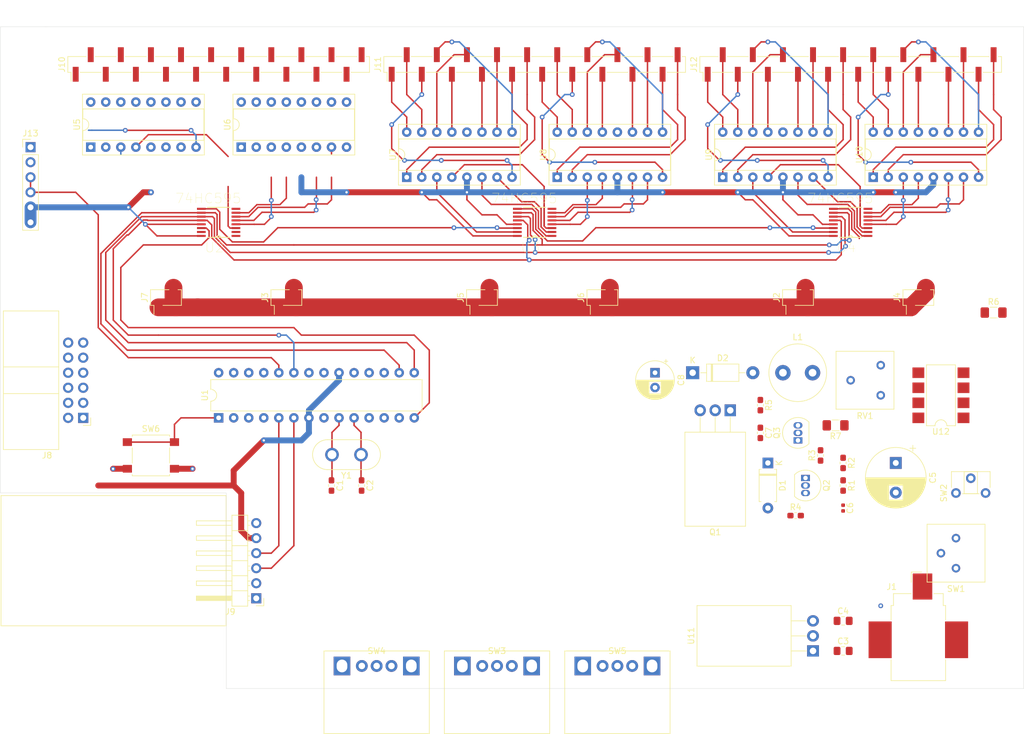
<source format=kicad_pcb>
(kicad_pcb (version 20171130) (host pcbnew "(5.1.4)-1")
  (layers (0 F.Cu signal) (31 B.Cu signal) (34 B.Paste user) (35 F.Paste user) (36 B.SilkS user) (37 F.SilkS user) (38 B.Mask user) (39 F.Mask user) (44 Edge.Cuts user))
  (net 0 "")
  (net 1 GND)
  (net 2 "Net-(C1-Pad1)")
  (net 3 "Net-(C2-Pad1)")
  (net 4 "Net-(J1-Pad1)")
  (net 5 /MISO)
  (net 6 /SCK)
  (net 7 /Reset)
  (net 8 "Net-(J8-Pad3)")
  (net 9 +5V)
  (net 10 /MOSI)
  (net 11 "Net-(J9-Pad4)")
  (net 12 "Net-(J9-Pad3)")
  (net 13 "Net-(J9-Pad2)")
  (net 14 "Net-(J9-Pad1)")
  (net 15 "Net-(J10-Pad20)")
  (net 16 "Net-(J10-Pad18)")
  (net 17 "Net-(J10-Pad16)")
  (net 18 "Net-(J10-Pad14)")
  (net 19 "Net-(J10-Pad12)")
  (net 20 "Net-(J10-Pad10)")
  (net 21 "Net-(J10-Pad8)")
  (net 22 "Net-(J10-Pad6)")
  (net 23 "Net-(J10-Pad4)")
  (net 24 "Net-(J10-Pad2)")
  (net 25 "Net-(J10-Pad19)")
  (net 26 "Net-(J10-Pad17)")
  (net 27 "Net-(J10-Pad15)")
  (net 28 "Net-(J10-Pad13)")
  (net 29 "Net-(J10-Pad11)")
  (net 30 "Net-(J10-Pad9)")
  (net 31 "Net-(J10-Pad7)")
  (net 32 "Net-(J10-Pad5)")
  (net 33 "Net-(J10-Pad3)")
  (net 34 "Net-(J10-Pad1)")
  (net 35 "Net-(J11-Pad20)")
  (net 36 "Net-(J11-Pad18)")
  (net 37 "Net-(J11-Pad16)")
  (net 38 "Net-(J11-Pad14)")
  (net 39 "Net-(J11-Pad12)")
  (net 40 "Net-(J11-Pad10)")
  (net 41 "Net-(J11-Pad8)")
  (net 42 "Net-(J11-Pad6)")
  (net 43 "Net-(J11-Pad4)")
  (net 44 "Net-(J11-Pad2)")
  (net 45 "Net-(J11-Pad19)")
  (net 46 "Net-(J11-Pad17)")
  (net 47 "Net-(J11-Pad15)")
  (net 48 "Net-(J11-Pad13)")
  (net 49 "Net-(J11-Pad11)")
  (net 50 "Net-(J11-Pad9)")
  (net 51 "Net-(J11-Pad7)")
  (net 52 "Net-(J11-Pad5)")
  (net 53 "Net-(J11-Pad3)")
  (net 54 "Net-(J11-Pad1)")
  (net 55 "Net-(J12-Pad20)")
  (net 56 "Net-(J12-Pad18)")
  (net 57 "Net-(J12-Pad16)")
  (net 58 "Net-(J12-Pad14)")
  (net 59 "Net-(J12-Pad12)")
  (net 60 "Net-(J12-Pad10)")
  (net 61 "Net-(J12-Pad8)")
  (net 62 "Net-(J12-Pad6)")
  (net 63 "Net-(J12-Pad4)")
  (net 64 "Net-(J12-Pad2)")
  (net 65 "Net-(J12-Pad19)")
  (net 66 "Net-(J12-Pad17)")
  (net 67 "Net-(J12-Pad15)")
  (net 68 "Net-(J12-Pad13)")
  (net 69 "Net-(J12-Pad11)")
  (net 70 "Net-(J12-Pad9)")
  (net 71 "Net-(J12-Pad7)")
  (net 72 "Net-(J12-Pad5)")
  (net 73 "Net-(J12-Pad3)")
  (net 74 "Net-(J12-Pad1)")
  (net 75 "Net-(SW3-Pad4)")
  (net 76 "Net-(SW3-Pad5)")
  (net 77 "Net-(SW3-Pad3)")
  (net 78 "Net-(SW4-Pad4)")
  (net 79 "Net-(SW4-Pad5)")
  (net 80 "Net-(SW4-Pad3)")
  (net 81 "Net-(SW5-Pad4)")
  (net 82 "Net-(SW5-Pad5)")
  (net 83 "Net-(SW5-Pad3)")
  (net 84 "Net-(U1-Pad28)")
  (net 85 "Net-(U1-Pad27)")
  (net 86 "Net-(U1-Pad26)")
  (net 87 "Net-(U1-Pad25)")
  (net 88 "Net-(U1-Pad21)")
  (net 89 "Net-(U1-Pad4)")
  (net 90 "Net-(U1-Pad3)")
  (net 91 "Net-(U1-Pad2)")
  (net 92 "Net-(U2-Pad15)")
  (net 93 "Net-(U2-Pad7)")
  (net 94 "Net-(U2-Pad6)")
  (net 95 "Net-(U2-Pad5)")
  (net 96 "Net-(U2-Pad4)")
  (net 97 "Net-(U2-Pad3)")
  (net 98 "Net-(U2-Pad2)")
  (net 99 "Net-(U2-Pad1)")
  (net 100 "Net-(U3-Pad15)")
  (net 101 "Net-(U3-Pad7)")
  (net 102 "Net-(U3-Pad6)")
  (net 103 "Net-(U3-Pad5)")
  (net 104 "Net-(U3-Pad4)")
  (net 105 "Net-(U3-Pad3)")
  (net 106 "Net-(U3-Pad2)")
  (net 107 "Net-(U3-Pad1)")
  (net 108 "Net-(U4-Pad15)")
  (net 109 "Net-(U4-Pad9)")
  (net 110 "Net-(U10-Pad4)")
  (net 111 "Net-(U10-Pad7)")
  (net 112 "Net-(U10-Pad6)")
  (net 113 "Net-(U10-Pad3)")
  (net 114 "Net-(U4-Pad3)")
  (net 115 "Net-(U4-Pad2)")
  (net 116 "Net-(U4-Pad1)")
  (net 117 "Net-(J13-Pad3)")
  (net 118 "Net-(C3-Pad1)")
  (net 119 /SER)
  (net 120 /RCLK)
  (net 121 /~SRCLR)
  (net 122 /SRCLK)
  (net 123 /Ser_out_1)
  (net 124 /Ser_out_2)
  (net 125 "Net-(C5-Pad1)")
  (net 126 "Net-(C6-Pad1)")
  (net 127 "Net-(C7-Pad1)")
  (net 128 /180V)
  (net 129 "Net-(D1-Pad2)")
  (net 130 "Net-(D1-Pad1)")
  (net 131 "Net-(D2-Pad2)")
  (net 132 "Net-(Q3-Pad1)")
  (net 133 "Net-(Q3-Pad2)")
  (net 134 "Net-(R1-Pad1)")
  (net 135 "Net-(R6-Pad2)")
  (net 136 "Net-(R7-Pad1)")
  (module Potentiometer_THT:Potentiometer_Piher_PT-6-H_Horizontal (layer F.Cu) (at 265.43 97.79 90)
    (fp_text reference SW2 (at 0 -2.06 90) (layer F.SilkS))
    (fp_text value SW_SPST)
    (pad 1 thru_hole circle (at 0 0 90) (size 1.62 1.62) (drill 0.9) (layers *.Cu *.Mask) (net 118 "Net-(C3-Pad1)"))
    (pad 2 thru_hole circle (at 2.5 2.5 90) (size 1.62 1.62) (drill 0.9) (layers *.Cu *.Mask) (net 125 "Net-(C5-Pad1)"))
    (pad 3 thru_hole circle (at 0 5 90) (size 1.62 1.62) (drill 0.9) (layers *.Cu *.Mask))
  )
  (module Potentiometer_THT:Potentiometer_Bourns_3386P_Vertical (layer F.Cu) (at 265.43 105.41 180)
    (fp_text reference SW1 (at -0.015 -8.555) (layer F.SilkS))
    (fp_text value SW_SPST)
    (pad 1 thru_hole circle (at 0 0 180) (size 1.44 1.44) (drill 0.8) (layers *.Cu *.Mask) (net 4 "Net-(J1-Pad1)"))
    (pad 2 thru_hole circle (at 2.54 -2.54 180) (size 1.44 1.44) (drill 0.8) (layers *.Cu *.Mask) (net 118 "Net-(C3-Pad1)"))
    (pad 3 thru_hole circle (at 0 -5.08 180) (size 1.44 1.44) (drill 0.8) (layers *.Cu *.Mask))
  )
  (module Potentiometer_THT:Potentiometer_Bourns_3386F_Vertical (layer F.Cu) (at 252.73 76.2 180)
    (fp_text reference RV1 (at 2.655 -8.555) (layer F.SilkS))
    (fp_text value 1k)
    (pad 1 thru_hole circle (at 0 0 180) (size 1.44 1.44) (drill 0.8) (layers *.Cu *.Mask) (net 135 "Net-(R6-Pad2)"))
    (pad 2 thru_hole circle (at 5.08 -2.54 180) (size 1.44 1.44) (drill 0.8) (layers *.Cu *.Mask) (net 133 "Net-(Q3-Pad2)"))
    (pad 3 thru_hole circle (at 0 -5.08 180) (size 1.44 1.44) (drill 0.8) (layers *.Cu *.Mask) (net 136 "Net-(R7-Pad1)"))
  )
  (module Package_TO_SOT_THT:TO-220-3_Horizontal_TabDown (layer F.Cu) (at 227.33 83.82 180)
    (fp_text reference Q1 (at 2.54 -20.58) (layer F.SilkS))
    (fp_text value IRF740)
    (pad 3 thru_hole oval (at 5.08 0 180) (size 1.905 2) (drill 1.1) (layers *.Cu *.Mask) (net 1 GND))
    (pad 2 thru_hole oval (at 2.54 0 180) (size 1.905 2) (drill 1.1) (layers *.Cu *.Mask) (net 131 "Net-(D2-Pad2)"))
    (pad 1 thru_hole rect (at 0 0 180) (size 1.905 2) (drill 1.1) (layers *.Cu *.Mask) (net 130 "Net-(D1-Pad1)"))
    (pad "" np_thru_hole oval (at 2.54 -16.66 180) (size 3.5 3.5) (drill 3.5) (layers *.Cu *.Mask))
  )
  (module Package_DIP:SMDIP-8_W7.62mm (layer F.Cu) (at 262.89 81.28 180)
    (fp_text reference U12 (at 0 -6.14) (layer F.SilkS))
    (fp_text value NE555)
    (pad 8 smd rect (at 3.81 -3.81 180) (size 2 1.78) (layers F.Cu F.Paste F.Mask) (net 125 "Net-(C5-Pad1)"))
    (pad 4 smd rect (at -3.81 3.81 180) (size 2 1.78) (layers F.Cu F.Paste F.Mask) (net 125 "Net-(C5-Pad1)"))
    (pad 7 smd rect (at 3.81 -1.27 180) (size 2 1.78) (layers F.Cu F.Paste F.Mask) (net 134 "Net-(R1-Pad1)"))
    (pad 3 smd rect (at -3.81 1.27 180) (size 2 1.78) (layers F.Cu F.Paste F.Mask) (net 129 "Net-(D1-Pad2)"))
    (pad 6 smd rect (at 3.81 1.27 180) (size 2 1.78) (layers F.Cu F.Paste F.Mask) (net 126 "Net-(C6-Pad1)"))
    (pad 2 smd rect (at -3.81 -1.27 180) (size 2 1.78) (layers F.Cu F.Paste F.Mask) (net 126 "Net-(C6-Pad1)"))
    (pad 5 smd rect (at 3.81 3.81 180) (size 2 1.78) (layers F.Cu F.Paste F.Mask) (net 132 "Net-(Q3-Pad1)"))
    (pad 1 smd rect (at -3.81 -3.81 180) (size 2 1.78) (layers F.Cu F.Paste F.Mask) (net 1 GND))
  )
  (module Resistor_SMD:R_1206_3216Metric_Pad1.42x1.75mm_HandSolder (layer F.Cu) (at 245.11 86.36 180)
    (fp_text reference R7 (at 0 -1.82) (layer F.SilkS))
    (fp_text value 470)
    (pad 2 smd roundrect (at 1.4875 0 180) (size 1.425 1.75) (layers F.Cu F.Paste F.Mask) (roundrect_rratio 0.175439) (net 1 GND))
    (pad 1 smd roundrect (at -1.4875 0 180) (size 1.425 1.75) (layers F.Cu F.Paste F.Mask) (roundrect_rratio 0.175439) (net 136 "Net-(R7-Pad1)"))
  )
  (module Resistor_SMD:R_1206_3216Metric_Pad1.42x1.75mm_HandSolder (layer F.Cu) (at 271.78 67.31)
    (fp_text reference R6 (at 0 -1.82) (layer F.SilkS))
    (fp_text value 220k)
    (pad 2 smd roundrect (at 1.4875 0) (size 1.425 1.75) (layers F.Cu F.Paste F.Mask) (roundrect_rratio 0.175439) (net 135 "Net-(R6-Pad2)"))
    (pad 1 smd roundrect (at -1.4875 0) (size 1.425 1.75) (layers F.Cu F.Paste F.Mask) (roundrect_rratio 0.175439) (net 128 /180V))
  )
  (module Resistor_SMD:R_0603_1608Metric_Pad1.05x0.95mm_HandSolder (layer F.Cu) (at 232.41 82.945 270)
    (fp_text reference R5 (at 0 -1.43 90) (layer F.SilkS))
    (fp_text value 1k)
    (pad 2 smd roundrect (at 0.875 0 270) (size 1.05 0.95) (layers F.Cu F.Paste F.Mask) (net 127 "Net-(C7-Pad1)"))
    (pad 1 smd roundrect (at -0.875 0 270) (size 1.05 0.95) (layers F.Cu F.Paste F.Mask) (net 131 "Net-(D2-Pad2)"))
  )
  (module Resistor_SMD:R_0603_1608Metric_Pad1.05x0.95mm_HandSolder (layer F.Cu) (at 238.365 101.6)
    (fp_text reference R4 (at 0 -1.43) (layer F.SilkS))
    (fp_text value 1k)
    (pad 2 smd roundrect (at 0.875 0) (size 1.05 0.95) (layers F.Cu F.Paste F.Mask) (net 1 GND))
    (pad 1 smd roundrect (at -0.875 0) (size 1.05 0.95) (layers F.Cu F.Paste F.Mask) (net 129 "Net-(D1-Pad2)"))
  )
  (module Resistor_SMD:R_0603_1608Metric_Pad1.05x0.95mm_HandSolder (layer F.Cu) (at 242.57 91.44 90)
    (fp_text reference R3 (at 0 -1.43 90) (layer F.SilkS))
    (fp_text value 33k)
    (pad 2 smd roundrect (at 0.875 0 90) (size 1.05 0.95) (layers F.Cu F.Paste F.Mask) (net 132 "Net-(Q3-Pad1)"))
    (pad 1 smd roundrect (at -0.875 0 90) (size 1.05 0.95) (layers F.Cu F.Paste F.Mask) (net 125 "Net-(C5-Pad1)"))
  )
  (module Resistor_SMD:R_0603_1608Metric_Pad1.05x0.95mm_HandSolder (layer F.Cu) (at 246.38 92.71 270)
    (fp_text reference R2 (at 0 -1.43 90) (layer F.SilkS))
    (fp_text value 1k)
    (pad 2 smd roundrect (at 0.875 0 270) (size 1.05 0.95) (layers F.Cu F.Paste F.Mask) (net 134 "Net-(R1-Pad1)"))
    (pad 1 smd roundrect (at -0.875 0 270) (size 1.05 0.95) (layers F.Cu F.Paste F.Mask) (net 125 "Net-(C5-Pad1)"))
  )
  (module Resistor_SMD:R_0603_1608Metric_Pad1.05x0.95mm_HandSolder (layer F.Cu) (at 246.38 96.52 270)
    (fp_text reference R1 (at 0 -1.43 90) (layer F.SilkS))
    (fp_text value 10k)
    (pad 2 smd roundrect (at 0.875 0 270) (size 1.05 0.95) (layers F.Cu F.Paste F.Mask) (net 126 "Net-(C6-Pad1)"))
    (pad 1 smd roundrect (at -0.875 0 270) (size 1.05 0.95) (layers F.Cu F.Paste F.Mask) (net 134 "Net-(R1-Pad1)"))
  )
  (module Package_TO_SOT_THT:TO-92_Inline (layer F.Cu) (at 238.76 88.9 90)
    (fp_text reference Q3 (at 1.27 -3.56 90) (layer F.SilkS))
    (fp_text value BC547)
    (pad 1 thru_hole rect (at 0 0 90) (size 1.05 1.5) (drill 0.75) (layers *.Cu *.Mask) (net 132 "Net-(Q3-Pad1)"))
    (pad 3 thru_hole oval (at 2.54 0 90) (size 1.05 1.5) (drill 0.75) (layers *.Cu *.Mask) (net 1 GND))
    (pad 2 thru_hole oval (at 1.27 0 90) (size 1.05 1.5) (drill 0.75) (layers *.Cu *.Mask) (net 133 "Net-(Q3-Pad2)"))
  )
  (module Package_TO_SOT_THT:TO-92_Inline (layer F.Cu) (at 240.03 95.25 270)
    (fp_text reference Q2 (at 1.27 -3.56 90) (layer F.SilkS))
    (fp_text value MPSA92)
    (pad 1 thru_hole rect (at 0 0 270) (size 1.05 1.5) (drill 0.75) (layers *.Cu *.Mask) (net 130 "Net-(D1-Pad1)"))
    (pad 3 thru_hole oval (at 2.54 0 270) (size 1.05 1.5) (drill 0.75) (layers *.Cu *.Mask) (net 1 GND))
    (pad 2 thru_hole oval (at 1.27 0 270) (size 1.05 1.5) (drill 0.75) (layers *.Cu *.Mask) (net 129 "Net-(D1-Pad2)"))
  )
  (module Inductor_THT:L_Radial_D9.5mm_P5.00mm_Fastron_07HVP (layer F.Cu) (at 236.22 77.47)
    (fp_text reference L1 (at 2.5 -6) (layer F.SilkS))
    (fp_text value "100uH 1A")
    (pad 2 thru_hole circle (at 5 0) (size 2.6 2.6) (drill 1.3) (layers *.Cu *.Mask) (net 125 "Net-(C5-Pad1)"))
    (pad 1 thru_hole circle (at 0 0) (size 2.6 2.6) (drill 1.3) (layers *.Cu *.Mask) (net 131 "Net-(D2-Pad2)"))
  )
  (module Diode_THT:D_DO-41_SOD81_P10.16mm_Horizontal (layer F.Cu) (at 220.98 77.47)
    (fp_text reference D2 (at 5.08 -2.47) (layer F.SilkS))
    (fp_text value uf4007)
    (fp_text user K (at 0 -2.1) (layer F.SilkS))
    (pad 2 thru_hole oval (at 10.16 0) (size 2.2 2.2) (drill 1.1) (layers *.Cu *.Mask) (net 131 "Net-(D2-Pad2)"))
    (pad 1 thru_hole rect (at 0 0) (size 2.2 2.2) (drill 1.1) (layers *.Cu *.Mask) (net 128 /180V))
  )
  (module Diode_THT:D_A-405_P7.62mm_Horizontal (layer F.Cu) (at 233.68 92.71 270)
    (fp_text reference D1 (at 3.81 -2.47 90) (layer F.SilkS))
    (fp_text value 1n914)
    (fp_text user K (at 0 -1.9 90) (layer F.SilkS))
    (pad 2 thru_hole oval (at 7.62 0 270) (size 1.8 1.8) (drill 0.9) (layers *.Cu *.Mask) (net 129 "Net-(D1-Pad2)"))
    (pad 1 thru_hole rect (at 0 0 270) (size 1.8 1.8) (drill 0.9) (layers *.Cu *.Mask) (net 130 "Net-(D1-Pad1)"))
  )
  (module Capacitor_THT:CP_Radial_D6.3mm_P2.50mm (layer F.Cu) (at 214.63 77.47 270)
    (fp_text reference C8 (at 1.25 -4.4 90) (layer F.SilkS))
    (fp_text value "1uF 350V")
    (pad 2 thru_hole circle (at 2.5 0 270) (size 1.6 1.6) (drill 0.8) (layers *.Cu *.Mask) (net 1 GND))
    (pad 1 thru_hole rect (at 0 0 270) (size 1.6 1.6) (drill 0.8) (layers *.Cu *.Mask) (net 128 /180V))
  )
  (module Capacitor_SMD:C_0603_1608Metric_Pad1.05x0.95mm_HandSolder (layer F.Cu) (at 232.41 87.63 270)
    (fp_text reference C7 (at 0 -1.43 90) (layer F.SilkS))
    (fp_text value 47pF)
    (pad 2 smd roundrect (at 0.875 0 270) (size 1.05 0.95) (layers F.Cu F.Paste F.Mask) (net 1 GND))
    (pad 1 smd roundrect (at -0.875 0 270) (size 1.05 0.95) (layers F.Cu F.Paste F.Mask) (net 127 "Net-(C7-Pad1)"))
  )
  (module Capacitor_SMD:C_0402_1005Metric (layer F.Cu) (at 246.38 100.33 270)
    (fp_text reference C6 (at 0 -1.17 90) (layer F.SilkS))
    (fp_text value 2n2)
    (pad 2 smd roundrect (at 0.485 0 270) (size 0.59 0.64) (layers F.Cu F.Paste F.Mask) (net 1 GND))
    (pad 1 smd roundrect (at -0.485 0 270) (size 0.59 0.64) (layers F.Cu F.Paste F.Mask) (net 126 "Net-(C6-Pad1)"))
  )
  (module Capacitor_THT:CP_Radial_D10.0mm_P5.00mm (layer F.Cu) (at 255.27 92.71 270)
    (fp_text reference C5 (at 2.5 -6.25 90) (layer F.SilkS))
    (fp_text value 470uF)
    (pad 2 thru_hole circle (at 5 0 270) (size 2 2) (drill 1) (layers *.Cu *.Mask) (net 1 GND))
    (pad 1 thru_hole rect (at 0 0 270) (size 2 2) (drill 1) (layers *.Cu *.Mask) (net 125 "Net-(C5-Pad1)"))
  )
  (module Package_DIP:DIP-16_W7.62mm_Socket (layer F.Cu) (at 172.72 44.45 90)
    (fp_text reference U7 (at 3.81 -2.33 90) (layer F.SilkS))
    (fp_text value 74141)
    (pad 16 thru_hole oval (at 7.62 0 90) (size 1.6 1.6) (drill 0.8) (layers *.Cu *.Mask) (net 54 "Net-(J11-Pad1)"))
    (pad 8 thru_hole oval (at 0 17.78 90) (size 1.6 1.6) (drill 0.8) (layers *.Cu *.Mask) (net 53 "Net-(J11-Pad3)"))
    (pad 15 thru_hole oval (at 7.62 2.54 90) (size 1.6 1.6) (drill 0.8) (layers *.Cu *.Mask) (net 44 "Net-(J11-Pad2)"))
    (pad 7 thru_hole oval (at 0 15.24 90) (size 1.6 1.6) (drill 0.8) (layers *.Cu *.Mask) (net 106 "Net-(U3-Pad2)"))
    (pad 14 thru_hole oval (at 7.62 5.08 90) (size 1.6 1.6) (drill 0.8) (layers *.Cu *.Mask) (net 42 "Net-(J11-Pad6)"))
    (pad 6 thru_hole oval (at 0 12.7 90) (size 1.6 1.6) (drill 0.8) (layers *.Cu *.Mask) (net 107 "Net-(U3-Pad1)"))
    (pad 13 thru_hole oval (at 7.62 7.62 90) (size 1.6 1.6) (drill 0.8) (layers *.Cu *.Mask) (net 52 "Net-(J11-Pad5)"))
    (pad 5 thru_hole oval (at 0 10.16 90) (size 1.6 1.6) (drill 0.8) (layers *.Cu *.Mask) (net 9 +5V))
    (pad 12 thru_hole oval (at 7.62 10.16 90) (size 1.6 1.6) (drill 0.8) (layers *.Cu *.Mask) (net 1 GND))
    (pad 4 thru_hole oval (at 0 7.62 90) (size 1.6 1.6) (drill 0.8) (layers *.Cu *.Mask) (net 105 "Net-(U3-Pad3)"))
    (pad 11 thru_hole oval (at 7.62 12.7 90) (size 1.6 1.6) (drill 0.8) (layers *.Cu *.Mask) (net 51 "Net-(J11-Pad7)"))
    (pad 3 thru_hole oval (at 0 5.08 90) (size 1.6 1.6) (drill 0.8) (layers *.Cu *.Mask) (net 100 "Net-(U3-Pad15)"))
    (pad 10 thru_hole oval (at 7.62 15.24 90) (size 1.6 1.6) (drill 0.8) (layers *.Cu *.Mask) (net 41 "Net-(J11-Pad8)"))
    (pad 2 thru_hole oval (at 0 2.54 90) (size 1.6 1.6) (drill 0.8) (layers *.Cu *.Mask) (net 40 "Net-(J11-Pad10)"))
    (pad 9 thru_hole oval (at 7.62 17.78 90) (size 1.6 1.6) (drill 0.8) (layers *.Cu *.Mask) (net 43 "Net-(J11-Pad4)"))
    (pad 1 thru_hole rect (at 0 0 90) (size 1.6 1.6) (drill 0.8) (layers *.Cu *.Mask) (net 50 "Net-(J11-Pad9)"))
  )
  (module Package_DIP:DIP-16_W7.62mm_Socket (layer F.Cu) (at 198.12 44.45 90)
    (fp_text reference U8 (at 3.81 -2.33 90) (layer F.SilkS))
    (fp_text value 74141)
    (pad 16 thru_hole oval (at 7.62 0 90) (size 1.6 1.6) (drill 0.8) (layers *.Cu *.Mask) (net 49 "Net-(J11-Pad11)"))
    (pad 8 thru_hole oval (at 0 17.78 90) (size 1.6 1.6) (drill 0.8) (layers *.Cu *.Mask) (net 48 "Net-(J11-Pad13)"))
    (pad 15 thru_hole oval (at 7.62 2.54 90) (size 1.6 1.6) (drill 0.8) (layers *.Cu *.Mask) (net 39 "Net-(J11-Pad12)"))
    (pad 7 thru_hole oval (at 0 15.24 90) (size 1.6 1.6) (drill 0.8) (layers *.Cu *.Mask) (net 102 "Net-(U3-Pad6)"))
    (pad 14 thru_hole oval (at 7.62 5.08 90) (size 1.6 1.6) (drill 0.8) (layers *.Cu *.Mask) (net 37 "Net-(J11-Pad16)"))
    (pad 6 thru_hole oval (at 0 12.7 90) (size 1.6 1.6) (drill 0.8) (layers *.Cu *.Mask) (net 103 "Net-(U3-Pad5)"))
    (pad 13 thru_hole oval (at 7.62 7.62 90) (size 1.6 1.6) (drill 0.8) (layers *.Cu *.Mask) (net 47 "Net-(J11-Pad15)"))
    (pad 5 thru_hole oval (at 0 10.16 90) (size 1.6 1.6) (drill 0.8) (layers *.Cu *.Mask) (net 9 +5V))
    (pad 12 thru_hole oval (at 7.62 10.16 90) (size 1.6 1.6) (drill 0.8) (layers *.Cu *.Mask) (net 1 GND))
    (pad 4 thru_hole oval (at 0 7.62 90) (size 1.6 1.6) (drill 0.8) (layers *.Cu *.Mask) (net 101 "Net-(U3-Pad7)"))
    (pad 11 thru_hole oval (at 7.62 12.7 90) (size 1.6 1.6) (drill 0.8) (layers *.Cu *.Mask) (net 46 "Net-(J11-Pad17)"))
    (pad 3 thru_hole oval (at 0 5.08 90) (size 1.6 1.6) (drill 0.8) (layers *.Cu *.Mask) (net 104 "Net-(U3-Pad4)"))
    (pad 10 thru_hole oval (at 7.62 15.24 90) (size 1.6 1.6) (drill 0.8) (layers *.Cu *.Mask) (net 36 "Net-(J11-Pad18)"))
    (pad 2 thru_hole oval (at 0 2.54 90) (size 1.6 1.6) (drill 0.8) (layers *.Cu *.Mask) (net 35 "Net-(J11-Pad20)"))
    (pad 9 thru_hole oval (at 7.62 17.78 90) (size 1.6 1.6) (drill 0.8) (layers *.Cu *.Mask) (net 38 "Net-(J11-Pad14)"))
    (pad 1 thru_hole rect (at 0 0 90) (size 1.6 1.6) (drill 0.8) (layers *.Cu *.Mask) (net 45 "Net-(J11-Pad19)"))
  )
  (module Package_TO_SOT_THT:TO-220-3_Horizontal_TabDown (layer F.Cu) (at 241.3 124.46 90)
    (fp_text reference U11 (at 2.54 -20.58 90) (layer F.SilkS))
    (fp_text value L7805)
    (pad 3 thru_hole oval (at 5.08 0 90) (size 1.905 2) (drill 1.1) (layers *.Cu *.Mask) (net 9 +5V))
    (pad 2 thru_hole oval (at 2.54 0 90) (size 1.905 2) (drill 1.1) (layers *.Cu *.Mask) (net 1 GND))
    (pad 1 thru_hole rect (at 0 0 90) (size 1.905 2) (drill 1.1) (layers *.Cu *.Mask) (net 118 "Net-(C3-Pad1)"))
    (pad "" np_thru_hole oval (at 2.54 -16.66 90) (size 3.5 3.5) (drill 3.5) (layers *.Cu *.Mask))
  )
  (module Capacitor_SMD:C_0805_2012Metric_Pad1.15x1.40mm_HandSolder (layer F.Cu) (at 246.38 119.38)
    (fp_text reference C4 (at 0 -1.65) (layer F.SilkS))
    (fp_text value 0.1uF)
    (pad 2 smd roundrect (at 1.025 0) (size 1.15 1.4) (layers F.Cu F.Paste F.Mask) (roundrect_rratio 0.217391) (net 1 GND))
    (pad 1 smd roundrect (at -1.025 0) (size 1.15 1.4) (layers F.Cu F.Paste F.Mask) (roundrect_rratio 0.217391) (net 9 +5V))
  )
  (module Capacitor_SMD:C_0805_2012Metric_Pad1.15x1.40mm_HandSolder (layer F.Cu) (at 246.38 124.46)
    (fp_text reference C3 (at 0 -1.65) (layer F.SilkS))
    (fp_text value 0.33uF)
    (pad 2 smd roundrect (at 1.025 0) (size 1.15 1.4) (layers F.Cu F.Paste F.Mask) (roundrect_rratio 0.217391) (net 1 GND))
    (pad 1 smd roundrect (at -1.025 0) (size 1.15 1.4) (layers F.Cu F.Paste F.Mask) (roundrect_rratio 0.217391) (net 118 "Net-(C3-Pad1)"))
  )
  (module 74HC595PW:SOP65P640X110-16N (layer F.Cu) (at 140.97 52.07 180)
    (fp_text reference U2 (at 0.714166 -4.23405) (layer F.SilkS) (effects (font (size 1.64686 1.64686) (thickness 0.05))))
    (fp_text value 74HC595 (at 1.75615 4.0468) (layer F.SilkS) (effects (font (size 1.64333 1.64333) (thickness 0.05))))
    (pad 16 smd rect (at 2.921 -2.286 180) (size 1.4732 0.3556) (layers F.Cu F.Paste F.Mask) (net 9 +5V))
    (pad 15 smd rect (at 2.921 -1.6256 180) (size 1.4732 0.3556) (layers F.Cu F.Paste F.Mask) (net 92 "Net-(U2-Pad15)"))
    (pad 14 smd rect (at 2.921 -0.9652 180) (size 1.4732 0.3556) (layers F.Cu F.Paste F.Mask) (net 119 /SER))
    (pad 13 smd rect (at 2.921 -0.3302 180) (size 1.4732 0.3556) (layers F.Cu F.Paste F.Mask) (net 9 +5V))
    (pad 12 smd rect (at 2.921 0.3302 180) (size 1.4732 0.3556) (layers F.Cu F.Paste F.Mask) (net 120 /RCLK))
    (pad 11 smd rect (at 2.921 0.9652 180) (size 1.4732 0.3556) (layers F.Cu F.Paste F.Mask) (net 122 /SRCLK))
    (pad 10 smd rect (at 2.921 1.6256 180) (size 1.4732 0.3556) (layers F.Cu F.Paste F.Mask) (net 121 /~SRCLR))
    (pad 9 smd rect (at 2.921 2.286 180) (size 1.4732 0.3556) (layers F.Cu F.Paste F.Mask) (net 123 /Ser_out_1))
    (pad 8 smd rect (at -2.921 2.286 180) (size 1.4732 0.3556) (layers F.Cu F.Paste F.Mask) (net 1 GND))
    (pad 7 smd rect (at -2.921 1.6256 180) (size 1.4732 0.3556) (layers F.Cu F.Paste F.Mask) (net 93 "Net-(U2-Pad7)"))
    (pad 6 smd rect (at -2.921 0.9652 180) (size 1.4732 0.3556) (layers F.Cu F.Paste F.Mask) (net 94 "Net-(U2-Pad6)"))
    (pad 5 smd rect (at -2.921 0.3302 180) (size 1.4732 0.3556) (layers F.Cu F.Paste F.Mask) (net 95 "Net-(U2-Pad5)"))
    (pad 4 smd rect (at -2.921 -0.3302 180) (size 1.4732 0.3556) (layers F.Cu F.Paste F.Mask) (net 96 "Net-(U2-Pad4)"))
    (pad 3 smd rect (at -2.921 -0.9652 180) (size 1.4732 0.3556) (layers F.Cu F.Paste F.Mask) (net 97 "Net-(U2-Pad3)"))
    (pad 2 smd rect (at -2.921 -1.6256 180) (size 1.4732 0.3556) (layers F.Cu F.Paste F.Mask) (net 98 "Net-(U2-Pad2)"))
    (pad 1 smd rect (at -2.921 -2.286 180) (size 1.4732 0.3556) (layers F.Cu F.Paste F.Mask) (net 99 "Net-(U2-Pad1)"))
  )
  (module Connector_PinHeader_2.54mm:PinHeader_1x06_P2.54mm_Vertical (layer F.Cu) (at 109.22 39.37)
    (fp_text reference J13 (at 0 -2.33) (layer F.SilkS))
    (fp_text value "LED Data")
    (pad 6 thru_hole oval (at 0 12.7) (size 1.7 1.7) (drill 1) (layers *.Cu *.Mask) (net 9 +5V))
    (pad 5 thru_hole oval (at 0 10.16) (size 1.7 1.7) (drill 1) (layers *.Cu *.Mask) (net 9 +5V))
    (pad 4 thru_hole oval (at 0 7.62) (size 1.7 1.7) (drill 1) (layers *.Cu *.Mask) (net 117 "Net-(J13-Pad3)"))
    (pad 3 thru_hole oval (at 0 5.08) (size 1.7 1.7) (drill 1) (layers *.Cu *.Mask) (net 117 "Net-(J13-Pad3)"))
    (pad 2 thru_hole oval (at 0 2.54) (size 1.7 1.7) (drill 1) (layers *.Cu *.Mask) (net 1 GND))
    (pad 1 thru_hole rect (at 0 0) (size 1.7 1.7) (drill 1) (layers *.Cu *.Mask) (net 1 GND))
  )
  (module Crystal:Crystal_HC50_Vertical (layer F.Cu) (at 165.004097 91.307763 180)
    (fp_text reference Y1 (at 2.45 -3.525) (layer F.SilkS))
    (fp_text value 20MHz)
    (pad 2 thru_hole circle (at 4.9 0 180) (size 2.3 2.3) (drill 1.5) (layers *.Cu *.Mask) (net 2 "Net-(C1-Pad1)"))
    (pad 1 thru_hole circle (at 0 0 180) (size 2.3 2.3) (drill 1.5) (layers *.Cu *.Mask) (net 3 "Net-(C2-Pad1)"))
  )
  (module Package_DIP:DIP-16_W7.62mm_Socket (layer F.Cu) (at 251.46 44.45 90)
    (fp_text reference U10 (at 3.81 -2.33 90) (layer F.SilkS))
    (fp_text value 74141)
    (pad 16 thru_hole oval (at 7.62 0 90) (size 1.6 1.6) (drill 0.8) (layers *.Cu *.Mask) (net 69 "Net-(J12-Pad11)"))
    (pad 8 thru_hole oval (at 0 17.78 90) (size 1.6 1.6) (drill 0.8) (layers *.Cu *.Mask) (net 68 "Net-(J12-Pad13)"))
    (pad 15 thru_hole oval (at 7.62 2.54 90) (size 1.6 1.6) (drill 0.8) (layers *.Cu *.Mask) (net 59 "Net-(J12-Pad12)"))
    (pad 7 thru_hole oval (at 0 15.24 90) (size 1.6 1.6) (drill 0.8) (layers *.Cu *.Mask) (net 111 "Net-(U10-Pad7)"))
    (pad 14 thru_hole oval (at 7.62 5.08 90) (size 1.6 1.6) (drill 0.8) (layers *.Cu *.Mask) (net 57 "Net-(J12-Pad16)"))
    (pad 6 thru_hole oval (at 0 12.7 90) (size 1.6 1.6) (drill 0.8) (layers *.Cu *.Mask) (net 112 "Net-(U10-Pad6)"))
    (pad 13 thru_hole oval (at 7.62 7.62 90) (size 1.6 1.6) (drill 0.8) (layers *.Cu *.Mask) (net 67 "Net-(J12-Pad15)"))
    (pad 5 thru_hole oval (at 0 10.16 90) (size 1.6 1.6) (drill 0.8) (layers *.Cu *.Mask) (net 9 +5V))
    (pad 12 thru_hole oval (at 7.62 10.16 90) (size 1.6 1.6) (drill 0.8) (layers *.Cu *.Mask) (net 1 GND))
    (pad 4 thru_hole oval (at 0 7.62 90) (size 1.6 1.6) (drill 0.8) (layers *.Cu *.Mask) (net 110 "Net-(U10-Pad4)"))
    (pad 11 thru_hole oval (at 7.62 12.7 90) (size 1.6 1.6) (drill 0.8) (layers *.Cu *.Mask) (net 66 "Net-(J12-Pad17)"))
    (pad 3 thru_hole oval (at 0 5.08 90) (size 1.6 1.6) (drill 0.8) (layers *.Cu *.Mask) (net 113 "Net-(U10-Pad3)"))
    (pad 10 thru_hole oval (at 7.62 15.24 90) (size 1.6 1.6) (drill 0.8) (layers *.Cu *.Mask) (net 56 "Net-(J12-Pad18)"))
    (pad 2 thru_hole oval (at 0 2.54 90) (size 1.6 1.6) (drill 0.8) (layers *.Cu *.Mask) (net 55 "Net-(J12-Pad20)"))
    (pad 9 thru_hole oval (at 7.62 17.78 90) (size 1.6 1.6) (drill 0.8) (layers *.Cu *.Mask) (net 58 "Net-(J12-Pad14)"))
    (pad 1 thru_hole rect (at 0 0 90) (size 1.6 1.6) (drill 0.8) (layers *.Cu *.Mask) (net 65 "Net-(J12-Pad19)"))
  )
  (module Package_DIP:DIP-16_W7.62mm_Socket (layer F.Cu) (at 226.06 44.45 90)
    (fp_text reference U9 (at 3.81 -2.33 90) (layer F.SilkS))
    (fp_text value 74141)
    (pad 16 thru_hole oval (at 7.62 0 90) (size 1.6 1.6) (drill 0.8) (layers *.Cu *.Mask) (net 74 "Net-(J12-Pad1)"))
    (pad 8 thru_hole oval (at 0 17.78 90) (size 1.6 1.6) (drill 0.8) (layers *.Cu *.Mask) (net 73 "Net-(J12-Pad3)"))
    (pad 15 thru_hole oval (at 7.62 2.54 90) (size 1.6 1.6) (drill 0.8) (layers *.Cu *.Mask) (net 64 "Net-(J12-Pad2)"))
    (pad 7 thru_hole oval (at 0 15.24 90) (size 1.6 1.6) (drill 0.8) (layers *.Cu *.Mask) (net 115 "Net-(U4-Pad2)"))
    (pad 14 thru_hole oval (at 7.62 5.08 90) (size 1.6 1.6) (drill 0.8) (layers *.Cu *.Mask) (net 62 "Net-(J12-Pad6)"))
    (pad 6 thru_hole oval (at 0 12.7 90) (size 1.6 1.6) (drill 0.8) (layers *.Cu *.Mask) (net 116 "Net-(U4-Pad1)"))
    (pad 13 thru_hole oval (at 7.62 7.62 90) (size 1.6 1.6) (drill 0.8) (layers *.Cu *.Mask) (net 72 "Net-(J12-Pad5)"))
    (pad 5 thru_hole oval (at 0 10.16 90) (size 1.6 1.6) (drill 0.8) (layers *.Cu *.Mask) (net 9 +5V))
    (pad 12 thru_hole oval (at 7.62 10.16 90) (size 1.6 1.6) (drill 0.8) (layers *.Cu *.Mask) (net 1 GND))
    (pad 4 thru_hole oval (at 0 7.62 90) (size 1.6 1.6) (drill 0.8) (layers *.Cu *.Mask) (net 114 "Net-(U4-Pad3)"))
    (pad 11 thru_hole oval (at 7.62 12.7 90) (size 1.6 1.6) (drill 0.8) (layers *.Cu *.Mask) (net 71 "Net-(J12-Pad7)"))
    (pad 3 thru_hole oval (at 0 5.08 90) (size 1.6 1.6) (drill 0.8) (layers *.Cu *.Mask) (net 108 "Net-(U4-Pad15)"))
    (pad 10 thru_hole oval (at 7.62 15.24 90) (size 1.6 1.6) (drill 0.8) (layers *.Cu *.Mask) (net 61 "Net-(J12-Pad8)"))
    (pad 2 thru_hole oval (at 0 2.54 90) (size 1.6 1.6) (drill 0.8) (layers *.Cu *.Mask) (net 60 "Net-(J12-Pad10)"))
    (pad 9 thru_hole oval (at 7.62 17.78 90) (size 1.6 1.6) (drill 0.8) (layers *.Cu *.Mask) (net 63 "Net-(J12-Pad4)"))
    (pad 1 thru_hole rect (at 0 0 90) (size 1.6 1.6) (drill 0.8) (layers *.Cu *.Mask) (net 70 "Net-(J12-Pad9)"))
  )
  (module Package_DIP:DIP-16_W7.62mm_Socket (layer F.Cu) (at 144.78 39.37 90)
    (fp_text reference U6 (at 3.81 -2.33 90) (layer F.SilkS))
    (fp_text value 74141)
    (pad 16 thru_hole oval (at 7.62 0 90) (size 1.6 1.6) (drill 0.8) (layers *.Cu *.Mask) (net 29 "Net-(J10-Pad11)"))
    (pad 8 thru_hole oval (at 0 17.78 90) (size 1.6 1.6) (drill 0.8) (layers *.Cu *.Mask) (net 28 "Net-(J10-Pad13)"))
    (pad 15 thru_hole oval (at 7.62 2.54 90) (size 1.6 1.6) (drill 0.8) (layers *.Cu *.Mask) (net 19 "Net-(J10-Pad12)"))
    (pad 7 thru_hole oval (at 0 15.24 90) (size 1.6 1.6) (drill 0.8) (layers *.Cu *.Mask) (net 94 "Net-(U2-Pad6)"))
    (pad 14 thru_hole oval (at 7.62 5.08 90) (size 1.6 1.6) (drill 0.8) (layers *.Cu *.Mask) (net 17 "Net-(J10-Pad16)"))
    (pad 6 thru_hole oval (at 0 12.7 90) (size 1.6 1.6) (drill 0.8) (layers *.Cu *.Mask) (net 95 "Net-(U2-Pad5)"))
    (pad 13 thru_hole oval (at 7.62 7.62 90) (size 1.6 1.6) (drill 0.8) (layers *.Cu *.Mask) (net 27 "Net-(J10-Pad15)"))
    (pad 5 thru_hole oval (at 0 10.16 90) (size 1.6 1.6) (drill 0.8) (layers *.Cu *.Mask) (net 9 +5V))
    (pad 12 thru_hole oval (at 7.62 10.16 90) (size 1.6 1.6) (drill 0.8) (layers *.Cu *.Mask) (net 1 GND))
    (pad 4 thru_hole oval (at 0 7.62 90) (size 1.6 1.6) (drill 0.8) (layers *.Cu *.Mask) (net 93 "Net-(U2-Pad7)"))
    (pad 11 thru_hole oval (at 7.62 12.7 90) (size 1.6 1.6) (drill 0.8) (layers *.Cu *.Mask) (net 26 "Net-(J10-Pad17)"))
    (pad 3 thru_hole oval (at 0 5.08 90) (size 1.6 1.6) (drill 0.8) (layers *.Cu *.Mask) (net 96 "Net-(U2-Pad4)"))
    (pad 10 thru_hole oval (at 7.62 15.24 90) (size 1.6 1.6) (drill 0.8) (layers *.Cu *.Mask) (net 16 "Net-(J10-Pad18)"))
    (pad 2 thru_hole oval (at 0 2.54 90) (size 1.6 1.6) (drill 0.8) (layers *.Cu *.Mask) (net 15 "Net-(J10-Pad20)"))
    (pad 9 thru_hole oval (at 7.62 17.78 90) (size 1.6 1.6) (drill 0.8) (layers *.Cu *.Mask) (net 18 "Net-(J10-Pad14)"))
    (pad 1 thru_hole rect (at 0 0 90) (size 1.6 1.6) (drill 0.8) (layers *.Cu *.Mask) (net 25 "Net-(J10-Pad19)"))
  )
  (module Package_DIP:DIP-16_W7.62mm_Socket (layer F.Cu) (at 119.38 39.37 90)
    (fp_text reference U5 (at 3.81 -2.33 90) (layer F.SilkS))
    (fp_text value 74141)
    (pad 16 thru_hole oval (at 7.62 0 90) (size 1.6 1.6) (drill 0.8) (layers *.Cu *.Mask) (net 34 "Net-(J10-Pad1)"))
    (pad 8 thru_hole oval (at 0 17.78 90) (size 1.6 1.6) (drill 0.8) (layers *.Cu *.Mask) (net 33 "Net-(J10-Pad3)"))
    (pad 15 thru_hole oval (at 7.62 2.54 90) (size 1.6 1.6) (drill 0.8) (layers *.Cu *.Mask) (net 24 "Net-(J10-Pad2)"))
    (pad 7 thru_hole oval (at 0 15.24 90) (size 1.6 1.6) (drill 0.8) (layers *.Cu *.Mask) (net 98 "Net-(U2-Pad2)"))
    (pad 14 thru_hole oval (at 7.62 5.08 90) (size 1.6 1.6) (drill 0.8) (layers *.Cu *.Mask) (net 22 "Net-(J10-Pad6)"))
    (pad 6 thru_hole oval (at 0 12.7 90) (size 1.6 1.6) (drill 0.8) (layers *.Cu *.Mask) (net 99 "Net-(U2-Pad1)"))
    (pad 13 thru_hole oval (at 7.62 7.62 90) (size 1.6 1.6) (drill 0.8) (layers *.Cu *.Mask) (net 32 "Net-(J10-Pad5)"))
    (pad 5 thru_hole oval (at 0 10.16 90) (size 1.6 1.6) (drill 0.8) (layers *.Cu *.Mask) (net 9 +5V))
    (pad 12 thru_hole oval (at 7.62 10.16 90) (size 1.6 1.6) (drill 0.8) (layers *.Cu *.Mask) (net 1 GND))
    (pad 4 thru_hole oval (at 0 7.62 90) (size 1.6 1.6) (drill 0.8) (layers *.Cu *.Mask) (net 97 "Net-(U2-Pad3)"))
    (pad 11 thru_hole oval (at 7.62 12.7 90) (size 1.6 1.6) (drill 0.8) (layers *.Cu *.Mask) (net 31 "Net-(J10-Pad7)"))
    (pad 3 thru_hole oval (at 0 5.08 90) (size 1.6 1.6) (drill 0.8) (layers *.Cu *.Mask) (net 92 "Net-(U2-Pad15)"))
    (pad 10 thru_hole oval (at 7.62 15.24 90) (size 1.6 1.6) (drill 0.8) (layers *.Cu *.Mask) (net 21 "Net-(J10-Pad8)"))
    (pad 2 thru_hole oval (at 0 2.54 90) (size 1.6 1.6) (drill 0.8) (layers *.Cu *.Mask) (net 20 "Net-(J10-Pad10)"))
    (pad 9 thru_hole oval (at 7.62 17.78 90) (size 1.6 1.6) (drill 0.8) (layers *.Cu *.Mask) (net 23 "Net-(J10-Pad4)"))
    (pad 1 thru_hole rect (at 0 0 90) (size 1.6 1.6) (drill 0.8) (layers *.Cu *.Mask) (net 30 "Net-(J10-Pad9)"))
  )
  (module 74HC595PW:SOP65P640X110-16N (layer F.Cu) (at 247.65 52.07 180)
    (fp_text reference U4 (at 0.714166 -4.23405) (layer F.SilkS) (effects (font (size 1.64686 1.64686) (thickness 0.05))))
    (fp_text value 74HC595 (at 1.75615 4.0468) (layer F.SilkS) (effects (font (size 1.64333 1.64333) (thickness 0.05))))
    (pad 16 smd rect (at 2.921 -2.286 180) (size 1.4732 0.3556) (layers F.Cu F.Paste F.Mask) (net 9 +5V))
    (pad 15 smd rect (at 2.921 -1.6256 180) (size 1.4732 0.3556) (layers F.Cu F.Paste F.Mask) (net 108 "Net-(U4-Pad15)"))
    (pad 14 smd rect (at 2.921 -0.9652 180) (size 1.4732 0.3556) (layers F.Cu F.Paste F.Mask) (net 124 /Ser_out_2))
    (pad 13 smd rect (at 2.921 -0.3302 180) (size 1.4732 0.3556) (layers F.Cu F.Paste F.Mask) (net 9 +5V))
    (pad 12 smd rect (at 2.921 0.3302 180) (size 1.4732 0.3556) (layers F.Cu F.Paste F.Mask) (net 120 /RCLK))
    (pad 11 smd rect (at 2.921 0.9652 180) (size 1.4732 0.3556) (layers F.Cu F.Paste F.Mask) (net 122 /SRCLK))
    (pad 10 smd rect (at 2.921 1.6256 180) (size 1.4732 0.3556) (layers F.Cu F.Paste F.Mask) (net 121 /~SRCLR))
    (pad 9 smd rect (at 2.921 2.286 180) (size 1.4732 0.3556) (layers F.Cu F.Paste F.Mask) (net 109 "Net-(U4-Pad9)"))
    (pad 8 smd rect (at -2.921 2.286 180) (size 1.4732 0.3556) (layers F.Cu F.Paste F.Mask) (net 1 GND))
    (pad 7 smd rect (at -2.921 1.6256 180) (size 1.4732 0.3556) (layers F.Cu F.Paste F.Mask) (net 110 "Net-(U10-Pad4)"))
    (pad 6 smd rect (at -2.921 0.9652 180) (size 1.4732 0.3556) (layers F.Cu F.Paste F.Mask) (net 111 "Net-(U10-Pad7)"))
    (pad 5 smd rect (at -2.921 0.3302 180) (size 1.4732 0.3556) (layers F.Cu F.Paste F.Mask) (net 112 "Net-(U10-Pad6)"))
    (pad 4 smd rect (at -2.921 -0.3302 180) (size 1.4732 0.3556) (layers F.Cu F.Paste F.Mask) (net 113 "Net-(U10-Pad3)"))
    (pad 3 smd rect (at -2.921 -0.9652 180) (size 1.4732 0.3556) (layers F.Cu F.Paste F.Mask) (net 114 "Net-(U4-Pad3)"))
    (pad 2 smd rect (at -2.921 -1.6256 180) (size 1.4732 0.3556) (layers F.Cu F.Paste F.Mask) (net 115 "Net-(U4-Pad2)"))
    (pad 1 smd rect (at -2.921 -2.286 180) (size 1.4732 0.3556) (layers F.Cu F.Paste F.Mask) (net 116 "Net-(U4-Pad1)"))
  )
  (module 74HC595PW:SOP65P640X110-16N (layer F.Cu) (at 194.31 52.07 180)
    (fp_text reference U3 (at 0.714166 -4.23405) (layer F.SilkS) (effects (font (size 1.64686 1.64686) (thickness 0.05))))
    (fp_text value 74HC595 (at 1.75615 4.0468) (layer F.SilkS) (effects (font (size 1.64333 1.64333) (thickness 0.05))))
    (pad 16 smd rect (at 2.921 -2.286 180) (size 1.4732 0.3556) (layers F.Cu F.Paste F.Mask) (net 9 +5V))
    (pad 15 smd rect (at 2.921 -1.6256 180) (size 1.4732 0.3556) (layers F.Cu F.Paste F.Mask) (net 100 "Net-(U3-Pad15)"))
    (pad 14 smd rect (at 2.921 -0.9652 180) (size 1.4732 0.3556) (layers F.Cu F.Paste F.Mask) (net 123 /Ser_out_1))
    (pad 13 smd rect (at 2.921 -0.3302 180) (size 1.4732 0.3556) (layers F.Cu F.Paste F.Mask) (net 9 +5V))
    (pad 12 smd rect (at 2.921 0.3302 180) (size 1.4732 0.3556) (layers F.Cu F.Paste F.Mask) (net 120 /RCLK))
    (pad 11 smd rect (at 2.921 0.9652 180) (size 1.4732 0.3556) (layers F.Cu F.Paste F.Mask) (net 122 /SRCLK))
    (pad 10 smd rect (at 2.921 1.6256 180) (size 1.4732 0.3556) (layers F.Cu F.Paste F.Mask) (net 121 /~SRCLR))
    (pad 9 smd rect (at 2.921 2.286 180) (size 1.4732 0.3556) (layers F.Cu F.Paste F.Mask) (net 124 /Ser_out_2))
    (pad 8 smd rect (at -2.921 2.286 180) (size 1.4732 0.3556) (layers F.Cu F.Paste F.Mask) (net 1 GND))
    (pad 7 smd rect (at -2.921 1.6256 180) (size 1.4732 0.3556) (layers F.Cu F.Paste F.Mask) (net 101 "Net-(U3-Pad7)"))
    (pad 6 smd rect (at -2.921 0.9652 180) (size 1.4732 0.3556) (layers F.Cu F.Paste F.Mask) (net 102 "Net-(U3-Pad6)"))
    (pad 5 smd rect (at -2.921 0.3302 180) (size 1.4732 0.3556) (layers F.Cu F.Paste F.Mask) (net 103 "Net-(U3-Pad5)"))
    (pad 4 smd rect (at -2.921 -0.3302 180) (size 1.4732 0.3556) (layers F.Cu F.Paste F.Mask) (net 104 "Net-(U3-Pad4)"))
    (pad 3 smd rect (at -2.921 -0.9652 180) (size 1.4732 0.3556) (layers F.Cu F.Paste F.Mask) (net 105 "Net-(U3-Pad3)"))
    (pad 2 smd rect (at -2.921 -1.6256 180) (size 1.4732 0.3556) (layers F.Cu F.Paste F.Mask) (net 106 "Net-(U3-Pad2)"))
    (pad 1 smd rect (at -2.921 -2.286 180) (size 1.4732 0.3556) (layers F.Cu F.Paste F.Mask) (net 107 "Net-(U3-Pad1)"))
  )
  (module Package_DIP:DIP-28_W7.62mm (layer F.Cu) (at 140.97 85.09 90)
    (fp_text reference U1 (at 3.81 -2.33 90) (layer F.SilkS))
    (fp_text value ATmega168PA-PU)
    (pad 28 thru_hole oval (at 7.62 0 90) (size 1.6 1.6) (drill 0.8) (layers *.Cu *.Mask) (net 84 "Net-(U1-Pad28)"))
    (pad 14 thru_hole oval (at 0 33.02 90) (size 1.6 1.6) (drill 0.8) (layers *.Cu *.Mask) (net 119 /SER))
    (pad 27 thru_hole oval (at 7.62 2.54 90) (size 1.6 1.6) (drill 0.8) (layers *.Cu *.Mask) (net 85 "Net-(U1-Pad27)"))
    (pad 13 thru_hole oval (at 0 30.48 90) (size 1.6 1.6) (drill 0.8) (layers *.Cu *.Mask) (net 83 "Net-(SW5-Pad3)"))
    (pad 26 thru_hole oval (at 7.62 5.08 90) (size 1.6 1.6) (drill 0.8) (layers *.Cu *.Mask) (net 86 "Net-(U1-Pad26)"))
    (pad 12 thru_hole oval (at 0 27.94 90) (size 1.6 1.6) (drill 0.8) (layers *.Cu *.Mask) (net 80 "Net-(SW4-Pad3)"))
    (pad 25 thru_hole oval (at 7.62 7.62 90) (size 1.6 1.6) (drill 0.8) (layers *.Cu *.Mask) (net 87 "Net-(U1-Pad25)"))
    (pad 11 thru_hole oval (at 0 25.4 90) (size 1.6 1.6) (drill 0.8) (layers *.Cu *.Mask) (net 77 "Net-(SW3-Pad3)"))
    (pad 24 thru_hole oval (at 7.62 10.16 90) (size 1.6 1.6) (drill 0.8) (layers *.Cu *.Mask) (net 117 "Net-(J13-Pad3)"))
    (pad 10 thru_hole oval (at 0 22.86 90) (size 1.6 1.6) (drill 0.8) (layers *.Cu *.Mask) (net 3 "Net-(C2-Pad1)"))
    (pad 23 thru_hole oval (at 7.62 12.7 90) (size 1.6 1.6) (drill 0.8) (layers *.Cu *.Mask) (net 120 /RCLK))
    (pad 9 thru_hole oval (at 0 20.32 90) (size 1.6 1.6) (drill 0.8) (layers *.Cu *.Mask) (net 2 "Net-(C1-Pad1)"))
    (pad 22 thru_hole oval (at 7.62 15.24 90) (size 1.6 1.6) (drill 0.8) (layers *.Cu *.Mask) (net 1 GND))
    (pad 8 thru_hole oval (at 0 17.78 90) (size 1.6 1.6) (drill 0.8) (layers *.Cu *.Mask) (net 1 GND))
    (pad 21 thru_hole oval (at 7.62 17.78 90) (size 1.6 1.6) (drill 0.8) (layers *.Cu *.Mask) (net 88 "Net-(U1-Pad21)"))
    (pad 7 thru_hole oval (at 0 15.24 90) (size 1.6 1.6) (drill 0.8) (layers *.Cu *.Mask) (net 9 +5V))
    (pad 20 thru_hole oval (at 7.62 20.32 90) (size 1.6 1.6) (drill 0.8) (layers *.Cu *.Mask) (net 9 +5V))
    (pad 6 thru_hole oval (at 0 12.7 90) (size 1.6 1.6) (drill 0.8) (layers *.Cu *.Mask) (net 12 "Net-(J9-Pad3)"))
    (pad 19 thru_hole oval (at 7.62 22.86 90) (size 1.6 1.6) (drill 0.8) (layers *.Cu *.Mask) (net 6 /SCK))
    (pad 5 thru_hole oval (at 0 10.16 90) (size 1.6 1.6) (drill 0.8) (layers *.Cu *.Mask) (net 11 "Net-(J9-Pad4)"))
    (pad 18 thru_hole oval (at 7.62 25.4 90) (size 1.6 1.6) (drill 0.8) (layers *.Cu *.Mask) (net 5 /MISO))
    (pad 4 thru_hole oval (at 0 7.62 90) (size 1.6 1.6) (drill 0.8) (layers *.Cu *.Mask) (net 89 "Net-(U1-Pad4)"))
    (pad 17 thru_hole oval (at 7.62 27.94 90) (size 1.6 1.6) (drill 0.8) (layers *.Cu *.Mask) (net 10 /MOSI))
    (pad 3 thru_hole oval (at 0 5.08 90) (size 1.6 1.6) (drill 0.8) (layers *.Cu *.Mask) (net 90 "Net-(U1-Pad3)"))
    (pad 16 thru_hole oval (at 7.62 30.48 90) (size 1.6 1.6) (drill 0.8) (layers *.Cu *.Mask) (net 121 /~SRCLR))
    (pad 2 thru_hole oval (at 0 2.54 90) (size 1.6 1.6) (drill 0.8) (layers *.Cu *.Mask) (net 91 "Net-(U1-Pad2)"))
    (pad 15 thru_hole oval (at 7.62 33.02 90) (size 1.6 1.6) (drill 0.8) (layers *.Cu *.Mask) (net 122 /SRCLK))
    (pad 1 thru_hole rect (at 0 0 90) (size 1.6 1.6) (drill 0.8) (layers *.Cu *.Mask) (net 7 /Reset))
  )
  (module Button_Switch_SMD:SW_SPST_B3S-1000 (layer F.Cu) (at 129.54 91.44)
    (fp_text reference SW6 (at 0 -4.5) (layer F.SilkS))
    (fp_text value SW_Reset)
    (pad 2 smd rect (at 3.975 2.25) (size 1.55 1.3) (layers F.Cu F.Paste F.Mask) (net 1 GND))
    (pad 2 smd rect (at -3.975 2.25) (size 1.55 1.3) (layers F.Cu F.Paste F.Mask) (net 1 GND))
    (pad 1 smd rect (at 3.975 -2.25) (size 1.55 1.3) (layers F.Cu F.Paste F.Mask) (net 7 /Reset))
    (pad 1 smd rect (at -3.975 -2.25) (size 1.55 1.3) (layers F.Cu F.Paste F.Mask) (net 7 /Reset))
  )
  (module "Rotary_Encoder:EN11-VNM Rotary Encoder" (layer F.Cu) (at 208.28 127)
    (fp_text reference SW5 (at 0 -2.54) (layer F.SilkS))
    (fp_text value Rotary_Encoder_EN11)
    (pad 4 thru_hole rect (at 5.85 0) (size 2.8 3.15) (drill oval 1.8 2.15) (layers *.Cu *.Mask) (net 81 "Net-(SW5-Pad4)"))
    (pad 5 thru_hole rect (at -5.85 0) (size 2.8 3.15) (drill oval 1.8 2.15) (layers *.Cu *.Mask) (net 82 "Net-(SW5-Pad5)"))
    (pad 3 thru_hole circle (at 2.5 0) (size 2 2) (drill 1.1) (layers *.Cu *.Mask) (net 83 "Net-(SW5-Pad3)"))
    (pad 2 thru_hole circle (at 0 0) (size 2 2) (drill 1.1) (layers *.Cu *.Mask) (net 1 GND))
    (pad 1 thru_hole circle (at -2.5 0) (size 2 2) (drill 1.1) (layers *.Cu *.Mask) (net 9 +5V))
  )
  (module "Rotary_Encoder:EN11-VNM Rotary Encoder" (layer F.Cu) (at 167.64 127)
    (fp_text reference SW4 (at 0 -2.54) (layer F.SilkS))
    (fp_text value Rotary_Encoder_EN11)
    (pad 4 thru_hole rect (at 5.85 0) (size 2.8 3.15) (drill oval 1.8 2.15) (layers *.Cu *.Mask) (net 78 "Net-(SW4-Pad4)"))
    (pad 5 thru_hole rect (at -5.85 0) (size 2.8 3.15) (drill oval 1.8 2.15) (layers *.Cu *.Mask) (net 79 "Net-(SW4-Pad5)"))
    (pad 3 thru_hole circle (at 2.5 0) (size 2 2) (drill 1.1) (layers *.Cu *.Mask) (net 80 "Net-(SW4-Pad3)"))
    (pad 2 thru_hole circle (at 0 0) (size 2 2) (drill 1.1) (layers *.Cu *.Mask) (net 1 GND))
    (pad 1 thru_hole circle (at -2.5 0) (size 2 2) (drill 1.1) (layers *.Cu *.Mask) (net 9 +5V))
  )
  (module "Rotary_Encoder:EN11-VNM Rotary Encoder" (layer F.Cu) (at 187.96 127)
    (fp_text reference SW3 (at 0 -2.54) (layer F.SilkS))
    (fp_text value Rotary_Encoder_EN11)
    (pad 4 thru_hole rect (at 5.85 0) (size 2.8 3.15) (drill oval 1.8 2.15) (layers *.Cu *.Mask) (net 75 "Net-(SW3-Pad4)"))
    (pad 5 thru_hole rect (at -5.85 0) (size 2.8 3.15) (drill oval 1.8 2.15) (layers *.Cu *.Mask) (net 76 "Net-(SW3-Pad5)"))
    (pad 3 thru_hole circle (at 2.5 0) (size 2 2) (drill 1.1) (layers *.Cu *.Mask) (net 77 "Net-(SW3-Pad3)"))
    (pad 2 thru_hole circle (at 0 0) (size 2 2) (drill 1.1) (layers *.Cu *.Mask) (net 1 GND))
    (pad 1 thru_hole circle (at -2.5 0) (size 2 2) (drill 1.1) (layers *.Cu *.Mask) (net 9 +5V))
  )
  (module Connector_PinHeader_2.54mm:PinHeader_1x20_P2.54mm_Vertical_SMD_Pin1Left (layer F.Cu) (at 247.65 25.4 90)
    (fp_text reference J12 (at 0 -26.46 90) (layer F.SilkS))
    (fp_text value Conn_01x20_Female)
    (pad 20 smd rect (at 1.655 24.13 90) (size 2.51 1) (layers F.Cu F.Paste F.Mask) (net 55 "Net-(J12-Pad20)"))
    (pad 18 smd rect (at 1.655 19.05 90) (size 2.51 1) (layers F.Cu F.Paste F.Mask) (net 56 "Net-(J12-Pad18)"))
    (pad 16 smd rect (at 1.655 13.97 90) (size 2.51 1) (layers F.Cu F.Paste F.Mask) (net 57 "Net-(J12-Pad16)"))
    (pad 14 smd rect (at 1.655 8.89 90) (size 2.51 1) (layers F.Cu F.Paste F.Mask) (net 58 "Net-(J12-Pad14)"))
    (pad 12 smd rect (at 1.655 3.81 90) (size 2.51 1) (layers F.Cu F.Paste F.Mask) (net 59 "Net-(J12-Pad12)"))
    (pad 10 smd rect (at 1.655 -1.27 90) (size 2.51 1) (layers F.Cu F.Paste F.Mask) (net 60 "Net-(J12-Pad10)"))
    (pad 8 smd rect (at 1.655 -6.35 90) (size 2.51 1) (layers F.Cu F.Paste F.Mask) (net 61 "Net-(J12-Pad8)"))
    (pad 6 smd rect (at 1.655 -11.43 90) (size 2.51 1) (layers F.Cu F.Paste F.Mask) (net 62 "Net-(J12-Pad6)"))
    (pad 4 smd rect (at 1.655 -16.51 90) (size 2.51 1) (layers F.Cu F.Paste F.Mask) (net 63 "Net-(J12-Pad4)"))
    (pad 2 smd rect (at 1.655 -21.59 90) (size 2.51 1) (layers F.Cu F.Paste F.Mask) (net 64 "Net-(J12-Pad2)"))
    (pad 19 smd rect (at -1.655 21.59 90) (size 2.51 1) (layers F.Cu F.Paste F.Mask) (net 65 "Net-(J12-Pad19)"))
    (pad 17 smd rect (at -1.655 16.51 90) (size 2.51 1) (layers F.Cu F.Paste F.Mask) (net 66 "Net-(J12-Pad17)"))
    (pad 15 smd rect (at -1.655 11.43 90) (size 2.51 1) (layers F.Cu F.Paste F.Mask) (net 67 "Net-(J12-Pad15)"))
    (pad 13 smd rect (at -1.655 6.35 90) (size 2.51 1) (layers F.Cu F.Paste F.Mask) (net 68 "Net-(J12-Pad13)"))
    (pad 11 smd rect (at -1.655 1.27 90) (size 2.51 1) (layers F.Cu F.Paste F.Mask) (net 69 "Net-(J12-Pad11)"))
    (pad 9 smd rect (at -1.655 -3.81 90) (size 2.51 1) (layers F.Cu F.Paste F.Mask) (net 70 "Net-(J12-Pad9)"))
    (pad 7 smd rect (at -1.655 -8.89 90) (size 2.51 1) (layers F.Cu F.Paste F.Mask) (net 71 "Net-(J12-Pad7)"))
    (pad 5 smd rect (at -1.655 -13.97 90) (size 2.51 1) (layers F.Cu F.Paste F.Mask) (net 72 "Net-(J12-Pad5)"))
    (pad 3 smd rect (at -1.655 -19.05 90) (size 2.51 1) (layers F.Cu F.Paste F.Mask) (net 73 "Net-(J12-Pad3)"))
    (pad 1 smd rect (at -1.655 -24.13 90) (size 2.51 1) (layers F.Cu F.Paste F.Mask) (net 74 "Net-(J12-Pad1)"))
  )
  (module Connector_PinHeader_2.54mm:PinHeader_1x20_P2.54mm_Vertical_SMD_Pin1Left (layer F.Cu) (at 194.31 25.4 90)
    (fp_text reference J11 (at 0 -26.46 90) (layer F.SilkS))
    (fp_text value Conn_01x20_Female)
    (pad 20 smd rect (at 1.655 24.13 90) (size 2.51 1) (layers F.Cu F.Paste F.Mask) (net 35 "Net-(J11-Pad20)"))
    (pad 18 smd rect (at 1.655 19.05 90) (size 2.51 1) (layers F.Cu F.Paste F.Mask) (net 36 "Net-(J11-Pad18)"))
    (pad 16 smd rect (at 1.655 13.97 90) (size 2.51 1) (layers F.Cu F.Paste F.Mask) (net 37 "Net-(J11-Pad16)"))
    (pad 14 smd rect (at 1.655 8.89 90) (size 2.51 1) (layers F.Cu F.Paste F.Mask) (net 38 "Net-(J11-Pad14)"))
    (pad 12 smd rect (at 1.655 3.81 90) (size 2.51 1) (layers F.Cu F.Paste F.Mask) (net 39 "Net-(J11-Pad12)"))
    (pad 10 smd rect (at 1.655 -1.27 90) (size 2.51 1) (layers F.Cu F.Paste F.Mask) (net 40 "Net-(J11-Pad10)"))
    (pad 8 smd rect (at 1.655 -6.35 90) (size 2.51 1) (layers F.Cu F.Paste F.Mask) (net 41 "Net-(J11-Pad8)"))
    (pad 6 smd rect (at 1.655 -11.43 90) (size 2.51 1) (layers F.Cu F.Paste F.Mask) (net 42 "Net-(J11-Pad6)"))
    (pad 4 smd rect (at 1.655 -16.51 90) (size 2.51 1) (layers F.Cu F.Paste F.Mask) (net 43 "Net-(J11-Pad4)"))
    (pad 2 smd rect (at 1.655 -21.59 90) (size 2.51 1) (layers F.Cu F.Paste F.Mask) (net 44 "Net-(J11-Pad2)"))
    (pad 19 smd rect (at -1.655 21.59 90) (size 2.51 1) (layers F.Cu F.Paste F.Mask) (net 45 "Net-(J11-Pad19)"))
    (pad 17 smd rect (at -1.655 16.51 90) (size 2.51 1) (layers F.Cu F.Paste F.Mask) (net 46 "Net-(J11-Pad17)"))
    (pad 15 smd rect (at -1.655 11.43 90) (size 2.51 1) (layers F.Cu F.Paste F.Mask) (net 47 "Net-(J11-Pad15)"))
    (pad 13 smd rect (at -1.655 6.35 90) (size 2.51 1) (layers F.Cu F.Paste F.Mask) (net 48 "Net-(J11-Pad13)"))
    (pad 11 smd rect (at -1.655 1.27 90) (size 2.51 1) (layers F.Cu F.Paste F.Mask) (net 49 "Net-(J11-Pad11)"))
    (pad 9 smd rect (at -1.655 -3.81 90) (size 2.51 1) (layers F.Cu F.Paste F.Mask) (net 50 "Net-(J11-Pad9)"))
    (pad 7 smd rect (at -1.655 -8.89 90) (size 2.51 1) (layers F.Cu F.Paste F.Mask) (net 51 "Net-(J11-Pad7)"))
    (pad 5 smd rect (at -1.655 -13.97 90) (size 2.51 1) (layers F.Cu F.Paste F.Mask) (net 52 "Net-(J11-Pad5)"))
    (pad 3 smd rect (at -1.655 -19.05 90) (size 2.51 1) (layers F.Cu F.Paste F.Mask) (net 53 "Net-(J11-Pad3)"))
    (pad 1 smd rect (at -1.655 -24.13 90) (size 2.51 1) (layers F.Cu F.Paste F.Mask) (net 54 "Net-(J11-Pad1)"))
  )
  (module Connector_PinHeader_2.54mm:PinHeader_1x20_P2.54mm_Vertical_SMD_Pin1Left (layer F.Cu) (at 140.97 25.4 90)
    (fp_text reference J10 (at 0 -26.46 90) (layer F.SilkS))
    (fp_text value Conn_01x20_Female)
    (pad 20 smd rect (at 1.655 24.13 90) (size 2.51 1) (layers F.Cu F.Paste F.Mask) (net 15 "Net-(J10-Pad20)"))
    (pad 18 smd rect (at 1.655 19.05 90) (size 2.51 1) (layers F.Cu F.Paste F.Mask) (net 16 "Net-(J10-Pad18)"))
    (pad 16 smd rect (at 1.655 13.97 90) (size 2.51 1) (layers F.Cu F.Paste F.Mask) (net 17 "Net-(J10-Pad16)"))
    (pad 14 smd rect (at 1.655 8.89 90) (size 2.51 1) (layers F.Cu F.Paste F.Mask) (net 18 "Net-(J10-Pad14)"))
    (pad 12 smd rect (at 1.655 3.81 90) (size 2.51 1) (layers F.Cu F.Paste F.Mask) (net 19 "Net-(J10-Pad12)"))
    (pad 10 smd rect (at 1.655 -1.27 90) (size 2.51 1) (layers F.Cu F.Paste F.Mask) (net 20 "Net-(J10-Pad10)"))
    (pad 8 smd rect (at 1.655 -6.35 90) (size 2.51 1) (layers F.Cu F.Paste F.Mask) (net 21 "Net-(J10-Pad8)"))
    (pad 6 smd rect (at 1.655 -11.43 90) (size 2.51 1) (layers F.Cu F.Paste F.Mask) (net 22 "Net-(J10-Pad6)"))
    (pad 4 smd rect (at 1.655 -16.51 90) (size 2.51 1) (layers F.Cu F.Paste F.Mask) (net 23 "Net-(J10-Pad4)"))
    (pad 2 smd rect (at 1.655 -21.59 90) (size 2.51 1) (layers F.Cu F.Paste F.Mask) (net 24 "Net-(J10-Pad2)"))
    (pad 19 smd rect (at -1.655 21.59 90) (size 2.51 1) (layers F.Cu F.Paste F.Mask) (net 25 "Net-(J10-Pad19)"))
    (pad 17 smd rect (at -1.655 16.51 90) (size 2.51 1) (layers F.Cu F.Paste F.Mask) (net 26 "Net-(J10-Pad17)"))
    (pad 15 smd rect (at -1.655 11.43 90) (size 2.51 1) (layers F.Cu F.Paste F.Mask) (net 27 "Net-(J10-Pad15)"))
    (pad 13 smd rect (at -1.655 6.35 90) (size 2.51 1) (layers F.Cu F.Paste F.Mask) (net 28 "Net-(J10-Pad13)"))
    (pad 11 smd rect (at -1.655 1.27 90) (size 2.51 1) (layers F.Cu F.Paste F.Mask) (net 29 "Net-(J10-Pad11)"))
    (pad 9 smd rect (at -1.655 -3.81 90) (size 2.51 1) (layers F.Cu F.Paste F.Mask) (net 30 "Net-(J10-Pad9)"))
    (pad 7 smd rect (at -1.655 -8.89 90) (size 2.51 1) (layers F.Cu F.Paste F.Mask) (net 31 "Net-(J10-Pad7)"))
    (pad 5 smd rect (at -1.655 -13.97 90) (size 2.51 1) (layers F.Cu F.Paste F.Mask) (net 32 "Net-(J10-Pad5)"))
    (pad 3 smd rect (at -1.655 -19.05 90) (size 2.51 1) (layers F.Cu F.Paste F.Mask) (net 33 "Net-(J10-Pad3)"))
    (pad 1 smd rect (at -1.655 -24.13 90) (size 2.51 1) (layers F.Cu F.Paste F.Mask) (net 34 "Net-(J10-Pad1)"))
  )
  (module Connector_PinHeader_2.54mm:PinHeader_1x06_P2.54mm_Horizontal (layer F.Cu) (at 147.32 115.57 180)
    (fp_text reference J9 (at 4.385 -2.27) (layer F.SilkS))
    (fp_text value RTC)
    (pad 6 thru_hole oval (at 0 12.7 180) (size 1.7 1.7) (drill 1) (layers *.Cu *.Mask) (net 1 GND))
    (pad 5 thru_hole oval (at 0 10.16 180) (size 1.7 1.7) (drill 1) (layers *.Cu *.Mask) (net 9 +5V))
    (pad 4 thru_hole oval (at 0 7.62 180) (size 1.7 1.7) (drill 1) (layers *.Cu *.Mask) (net 11 "Net-(J9-Pad4)"))
    (pad 3 thru_hole oval (at 0 5.08 180) (size 1.7 1.7) (drill 1) (layers *.Cu *.Mask) (net 12 "Net-(J9-Pad3)"))
    (pad 2 thru_hole oval (at 0 2.54 180) (size 1.7 1.7) (drill 1) (layers *.Cu *.Mask) (net 13 "Net-(J9-Pad2)"))
    (pad 1 thru_hole rect (at 0 0 180) (size 1.7 1.7) (drill 1) (layers *.Cu *.Mask) (net 14 "Net-(J9-Pad1)"))
  )
  (module Connector_IDC:IDC-Header_2x06_P2.54mm_Horizontal (layer F.Cu) (at 118.11 85.09 180)
    (fp_text reference J8 (at 6.105 -6.35) (layer F.SilkS))
    (fp_text value Programming)
    (pad 12 thru_hole oval (at 2.54 12.7 180) (size 1.7272 1.7272) (drill 1.016) (layers *.Cu *.Mask))
    (pad 11 thru_hole oval (at 0 12.7 180) (size 1.7272 1.7272) (drill 1.016) (layers *.Cu *.Mask))
    (pad 10 thru_hole oval (at 2.54 10.16 180) (size 1.7272 1.7272) (drill 1.016) (layers *.Cu *.Mask) (net 1 GND))
    (pad 9 thru_hole oval (at 0 10.16 180) (size 1.7272 1.7272) (drill 1.016) (layers *.Cu *.Mask) (net 5 /MISO))
    (pad 8 thru_hole oval (at 2.54 7.62 180) (size 1.7272 1.7272) (drill 1.016) (layers *.Cu *.Mask) (net 1 GND))
    (pad 7 thru_hole oval (at 0 7.62 180) (size 1.7272 1.7272) (drill 1.016) (layers *.Cu *.Mask) (net 6 /SCK))
    (pad 6 thru_hole oval (at 2.54 5.08 180) (size 1.7272 1.7272) (drill 1.016) (layers *.Cu *.Mask) (net 1 GND))
    (pad 5 thru_hole oval (at 0 5.08 180) (size 1.7272 1.7272) (drill 1.016) (layers *.Cu *.Mask) (net 7 /Reset))
    (pad 4 thru_hole oval (at 2.54 2.54 180) (size 1.7272 1.7272) (drill 1.016) (layers *.Cu *.Mask) (net 1 GND))
    (pad 3 thru_hole oval (at 0 2.54 180) (size 1.7272 1.7272) (drill 1.016) (layers *.Cu *.Mask) (net 8 "Net-(J8-Pad3)"))
    (pad 2 thru_hole oval (at 2.54 0 180) (size 1.7272 1.7272) (drill 1.016) (layers *.Cu *.Mask) (net 9 +5V))
    (pad 1 thru_hole rect (at 0 0 180) (size 1.7272 1.7272) (drill 1.016) (layers *.Cu *.Mask) (net 10 /MOSI))
  )
  (module Connector_PinHeader_2.54mm:PinHeader_1x02_P2.54mm_Vertical_SMD_Pin1Left (layer F.Cu) (at 132.08 64.77 90)
    (fp_text reference J7 (at 0 -3.6 90) (layer F.SilkS))
    (fp_text value Conn_01x02_Female)
    (pad 2 smd rect (at 1.655 1.27 90) (size 2.51 1) (layers F.Cu F.Paste F.Mask) (net 128 /180V))
    (pad 1 smd rect (at -1.655 -1.27 90) (size 2.51 1) (layers F.Cu F.Paste F.Mask) (net 128 /180V))
  )
  (module Connector_PinHeader_2.54mm:PinHeader_1x02_P2.54mm_Vertical_SMD_Pin1Left (layer F.Cu) (at 205.74 64.77 90)
    (fp_text reference J6 (at 0 -3.6 90) (layer F.SilkS))
    (fp_text value Conn_01x02_Female)
    (pad 2 smd rect (at 1.655 1.27 90) (size 2.51 1) (layers F.Cu F.Paste F.Mask) (net 128 /180V))
    (pad 1 smd rect (at -1.655 -1.27 90) (size 2.51 1) (layers F.Cu F.Paste F.Mask) (net 128 /180V))
  )
  (module Connector_PinHeader_2.54mm:PinHeader_1x02_P2.54mm_Vertical_SMD_Pin1Left (layer F.Cu) (at 185.42 64.77 90)
    (fp_text reference J5 (at 0 -3.6 90) (layer F.SilkS))
    (fp_text value Conn_01x02_Female)
    (pad 2 smd rect (at 1.655 1.27 90) (size 2.51 1) (layers F.Cu F.Paste F.Mask) (net 128 /180V))
    (pad 1 smd rect (at -1.655 -1.27 90) (size 2.51 1) (layers F.Cu F.Paste F.Mask) (net 128 /180V))
  )
  (module Connector_PinHeader_2.54mm:PinHeader_1x02_P2.54mm_Vertical_SMD_Pin1Left (layer F.Cu) (at 259.08 64.77 90)
    (fp_text reference J4 (at 0 -3.6 90) (layer F.SilkS))
    (fp_text value Conn_01x02_Female)
    (pad 2 smd rect (at 1.655 1.27 90) (size 2.51 1) (layers F.Cu F.Paste F.Mask) (net 128 /180V))
    (pad 1 smd rect (at -1.655 -1.27 90) (size 2.51 1) (layers F.Cu F.Paste F.Mask) (net 128 /180V))
  )
  (module Connector_PinHeader_2.54mm:PinHeader_1x02_P2.54mm_Vertical_SMD_Pin1Left (layer F.Cu) (at 152.4 64.77 90)
    (fp_text reference J3 (at 0 -3.6 90) (layer F.SilkS))
    (fp_text value Conn_01x02_Female)
    (pad 2 smd rect (at 1.655 1.27 90) (size 2.51 1) (layers F.Cu F.Paste F.Mask) (net 128 /180V))
    (pad 1 smd rect (at -1.655 -1.27 90) (size 2.51 1) (layers F.Cu F.Paste F.Mask) (net 128 /180V))
  )
  (module Connector_PinHeader_2.54mm:PinHeader_1x02_P2.54mm_Vertical_SMD_Pin1Left (layer F.Cu) (at 238.76 64.77 90)
    (fp_text reference J2 (at 0 -3.6 90) (layer F.SilkS))
    (fp_text value Conn_01x02_Female)
    (pad 2 smd rect (at 1.655 1.27 90) (size 2.51 1) (layers F.Cu F.Paste F.Mask) (net 128 /180V))
    (pad 1 smd rect (at -1.655 -1.27 90) (size 2.51 1) (layers F.Cu F.Paste F.Mask) (net 128 /180V))
  )
  (module Connector_BarrelJack:BarrelJack_CUI_PJ-036AH-SMT_Horizontal (layer F.Cu) (at 259.08 119.38)
    (fp_text reference J1 (at -4.5 -5.75) (layer F.SilkS))
    (fp_text value Barrel_Jack)
    (pad "" np_thru_hole circle (at 0 7) (size 2 2) (drill 2) (layers *.Cu *.Mask))
    (pad 3 smd rect (at 6.45 3.2) (size 3.9 6.2) (layers F.Cu F.Paste F.Mask))
    (pad 2 smd rect (at -6.45 3.2) (size 3.9 6.2) (layers F.Cu F.Paste F.Mask) (net 1 GND))
    (pad 1 smd rect (at 0.7 -5.8) (size 3.3 4.4) (layers F.Cu F.Paste F.Mask) (net 4 "Net-(J1-Pad1)"))
  )
  (module Capacitor_SMD:C_0603_1608Metric_Pad1.05x0.95mm_HandSolder (layer F.Cu) (at 165.1 96.52 270)
    (fp_text reference C2 (at 0 -1.43 90) (layer F.SilkS))
    (fp_text value C)
    (pad 2 smd roundrect (at 0.875 0 270) (size 1.05 0.95) (layers F.Cu F.Paste F.Mask) (net 1 GND))
    (pad 1 smd roundrect (at -0.875 0 270) (size 1.05 0.95) (layers F.Cu F.Paste F.Mask) (net 3 "Net-(C2-Pad1)"))
  )
  (module Capacitor_SMD:C_0603_1608Metric_Pad1.05x0.95mm_HandSolder (layer F.Cu) (at 160.02 96.52 270)
    (fp_text reference C1 (at 0 -1.43 90) (layer F.SilkS))
    (fp_text value C)
    (pad 2 smd roundrect (at 0.875 0 270) (size 1.05 0.95) (layers F.Cu F.Paste F.Mask) (net 1 GND))
    (pad 1 smd roundrect (at -0.875 0 270) (size 1.05 0.95) (layers F.Cu F.Paste F.Mask) (net 2 "Net-(C1-Pad1)"))
  )
  (gr_line (start 142.24 130.81) (end 276.86 130.81) (layer Edge.Cuts) (width 0.05))
  (gr_line (start 104.14 19.05) (end 104.14 97.79) (layer Edge.Cuts) (width 0.05))
  (gr_line (start 142.24 97.79) (end 104.14 97.79) (layer Edge.Cuts) (width 0.05))
  (gr_line (start 142.24 130.81) (end 142.24 97.79) (layer Edge.Cuts) (width 0.05))
  (gr_line (start 104.24 98.22) (end 142.24 98.22) (layer F.SilkS) (width 0.12))
  (gr_line (start 104.24 120.22) (end 104.24 98.22) (layer F.SilkS) (width 0.12))
  (gr_line (start 142.24 120.22) (end 104.24 120.22) (layer F.SilkS) (width 0.12))
  (gr_line (start 142.24 98.22) (end 142.24 120.22) (layer F.SilkS) (width 0.12))
  (gr_line (start 111.76 19.05) (end 104.14 19.05) (layer Edge.Cuts) (width 0.05))
  (gr_line (start 276.86 130.81) (end 276.86 82.55) (layer Edge.Cuts) (width 0.05))
  (gr_line (start 276.86 19.05) (end 111.76 19.05) (layer Edge.Cuts) (width 0.05))
  (gr_line (start 276.86 19.05) (end 276.86 82.55) (layer Edge.Cuts) (width 0.05))
  (via (at 252.73 116.84) (size 0.8) (drill 0.4) (layers F.Cu B.Cu) (net 1))
  (via (at 136.56144 93.695984) (size 0.8) (drill 0.4) (layers F.Cu B.Cu) (net 1))
  (segment (start 133.515 93.69) (end 136.555456 93.69) (width 1) (layer F.Cu) (net 1))
  (segment (start 136.555456 93.69) (end 136.56144 93.695984) (width 1) (layer F.Cu) (net 1))
  (via (at 123.149547 93.70096) (size 0.8) (drill 0.4) (layers F.Cu B.Cu) (net 1))
  (segment (start 125.565 93.69) (end 123.160507 93.69) (width 1) (layer F.Cu) (net 1))
  (segment (start 123.160507 93.69) (end 123.149547 93.70096) (width 1) (layer F.Cu) (net 1))
  (via (at 129.54 46.99) (size 0.8) (drill 0.4) (layers F.Cu B.Cu) (net 9))
  (via (at 182.88 46.99) (size 0.8) (drill 0.4) (layers F.Cu B.Cu) (net 9))
  (segment (start 176.53 48.26) (end 175.26 46.99) (width 0.25) (layer F.Cu) (net 9))
  (segment (start 177.8 48.26) (end 176.53 48.26) (width 0.25) (layer F.Cu) (net 9))
  (segment (start 183.896 54.356) (end 177.8 48.26) (width 0.25) (layer F.Cu) (net 9))
  (segment (start 191.389 54.356) (end 183.896 54.356) (width 0.25) (layer F.Cu) (net 9))
  (via (at 189.652565 41.602285) (size 0.8) (drill 0.4) (layers F.Cu B.Cu) (net 53))
  (via (at 172.336904 41.592558) (size 0.8) (drill 0.4) (layers F.Cu B.Cu) (net 53))
  (via (at 170.18 35.56) (size 0.8) (drill 0.4) (layers F.Cu B.Cu) (net 53))
  (via (at 178.553032 41.602285) (size 0.8) (drill 0.4) (layers F.Cu B.Cu) (net 53))
  (segment (start 190.5 44.45) (end 190.5 42.44972) (width 0.25) (layer B.Cu) (net 53))
  (segment (start 190.5 42.44972) (end 189.652565 41.602285) (width 0.25) (layer B.Cu) (net 53))
  (segment (start 172.902589 41.592558) (end 178.543305 41.592558) (width 0.25) (layer B.Cu) (net 53))
  (segment (start 170.18 35.56) (end 170.18 39.594218) (width 0.25) (layer F.Cu) (net 53))
  (segment (start 172.336904 41.592558) (end 172.902589 41.592558) (width 0.25) (layer B.Cu) (net 53))
  (segment (start 178.553032 41.602285) (end 189.652565 41.602285) (width 0.25) (layer F.Cu) (net 53))
  (segment (start 170.18 39.594218) (end 172.17834 41.592558) (width 0.25) (layer F.Cu) (net 53))
  (via (at 136.312565 36.522285) (size 0.8) (drill 0.4) (layers F.Cu B.Cu) (net 33))
  (via (at 125.213032 36.522285) (size 0.8) (drill 0.4) (layers F.Cu B.Cu) (net 33))
  (segment (start 137.16 39.37) (end 137.16 37.36972) (width 0.25) (layer B.Cu) (net 33))
  (segment (start 137.16 37.36972) (end 136.312565 36.522285) (width 0.25) (layer B.Cu) (net 33))
  (segment (start 119.562589 36.512558) (end 125.203305 36.512558) (width 0.25) (layer B.Cu) (net 33))
  (segment (start 118.996904 36.512558) (end 119.562589 36.512558) (width 0.25) (layer B.Cu) (net 33))
  (segment (start 125.213032 36.522285) (end 136.312565 36.522285) (width 0.25) (layer F.Cu) (net 33))
  (via (at 257.81 41.91) (size 0.8) (drill 0.4) (layers F.Cu B.Cu) (net 68))
  (via (at 250.19 41.91) (size 0.8) (drill 0.4) (layers F.Cu B.Cu) (net 68))
  (via (at 248.92 34.29) (size 0.8) (drill 0.4) (layers F.Cu B.Cu) (net 68))
  (segment (start 250.19 41.91) (end 257.81 41.91) (width 0.25) (layer B.Cu) (net 68))
  (segment (start 248.92 34.29) (end 248.92 40.64) (width 0.25) (layer F.Cu) (net 68))
  (segment (start 248.92 40.64) (end 250.19 41.91) (width 0.25) (layer F.Cu) (net 68))
  (segment (start 254 30.48) (end 252.73 30.48) (width 0.25) (layer B.Cu) (net 68))
  (segment (start 250.334999 32.875001) (end 248.92 34.29) (width 0.25) (layer B.Cu) (net 68))
  (segment (start 252.73 30.48) (end 250.334999 32.875001) (width 0.25) (layer B.Cu) (net 68))
  (segment (start 267.97 41.91) (end 257.81 41.91) (width 0.25) (layer F.Cu) (net 68))
  (segment (start 269.24 43.18) (end 267.97 41.91) (width 0.25) (layer F.Cu) (net 68))
  (segment (start 269.24 44.45) (end 269.24 43.18) (width 0.25) (layer F.Cu) (net 68))
  (via (at 264.111789 48.230714) (size 0.8) (drill 0.4) (layers F.Cu B.Cu) (net 112))
  (segment (start 264.111789 49.98001) (end 264.111789 48.308211) (width 0.25) (layer B.Cu) (net 112))
  (segment (start 264.16 44.45) (end 264.16 48.182503) (width 0.25) (layer F.Cu) (net 112))
  (via (at 256.54 48.35499) (size 0.8) (drill 0.4) (layers F.Cu B.Cu) (net 113))
  (segment (start 256.54 44.45) (end 256.54 48.428949) (width 0.25) (layer F.Cu) (net 113))
  (segment (start 256.54 48.35499) (end 256.54 51.095457) (width 0.25) (layer B.Cu) (net 113))
  (segment (start 200.775886 49.07999) (end 199.411476 50.4444) (width 0.25) (layer F.Cu) (net 101))
  (segment (start 205.74 47.990593) (end 204.650603 49.07999) (width 0.25) (layer F.Cu) (net 101))
  (segment (start 204.650603 49.07999) (end 200.775886 49.07999) (width 0.25) (layer F.Cu) (net 101))
  (via (at 210.771789 48.230714) (size 0.8) (drill 0.4) (layers F.Cu B.Cu) (net 103))
  (segment (start 210.771789 49.98001) (end 210.771789 48.308211) (width 0.25) (layer B.Cu) (net 103))
  (segment (start 210.82 44.45) (end 210.82 48.182503) (width 0.25) (layer F.Cu) (net 103))
  (via (at 203.2 48.35499) (size 0.8) (drill 0.4) (layers F.Cu B.Cu) (net 104))
  (segment (start 203.2 44.45) (end 203.2 48.428949) (width 0.25) (layer F.Cu) (net 104))
  (segment (start 203.2 48.35499) (end 203.2 51.095457) (width 0.25) (layer B.Cu) (net 104))
  (segment (start 160.104097 87.545903) (end 160.104097 91.307763) (width 0.25) (layer F.Cu) (net 2))
  (segment (start 161.29 85.09) (end 161.29 86.36) (width 0.25) (layer F.Cu) (net 2))
  (segment (start 161.29 86.36) (end 160.104097 87.545903) (width 0.25) (layer F.Cu) (net 2))
  (segment (start 160.104097 95.560903) (end 160.02 95.645) (width 0.25) (layer F.Cu) (net 2))
  (segment (start 160.104097 91.307763) (end 160.104097 95.560903) (width 0.25) (layer F.Cu) (net 2))
  (segment (start 163.83 85.09) (end 163.83 86.36) (width 0.25) (layer F.Cu) (net 3))
  (segment (start 165.004097 87.534097) (end 165.004097 91.307763) (width 0.25) (layer F.Cu) (net 3))
  (segment (start 163.83 86.36) (end 165.004097 87.534097) (width 0.25) (layer F.Cu) (net 3))
  (segment (start 165.004097 95.549097) (end 165.1 95.645) (width 0.25) (layer F.Cu) (net 3))
  (segment (start 165.004097 91.307763) (end 165.004097 95.549097) (width 0.25) (layer F.Cu) (net 3))
  (segment (start 133.35 66.04) (end 133.735 66.425) (width 3) (layer F.Cu) (net 128))
  (segment (start 133.35 63.115) (end 133.35 66.04) (width 3) (layer F.Cu) (net 128))
  (segment (start 137.435002 66.425) (end 133.735 66.425) (width 3) (layer F.Cu) (net 128))
  (segment (start 133.735 66.425) (end 130.81 66.425) (width 3) (layer F.Cu) (net 128))
  (segment (start 153.67 66.04) (end 154.055 66.425) (width 3) (layer F.Cu) (net 128))
  (segment (start 153.67 63.115) (end 153.67 66.04) (width 3) (layer F.Cu) (net 128))
  (segment (start 137.435002 66.425) (end 154.055 66.425) (width 3) (layer F.Cu) (net 128))
  (segment (start 186.69 66.04) (end 187.075 66.425) (width 3) (layer F.Cu) (net 128))
  (segment (start 186.69 63.115) (end 186.69 66.04) (width 3) (layer F.Cu) (net 128))
  (segment (start 154.055 66.425) (end 187.075 66.425) (width 3) (layer F.Cu) (net 128))
  (segment (start 207.01 66.04) (end 207.395 66.425) (width 3) (layer F.Cu) (net 128))
  (segment (start 207.01 63.115) (end 207.01 66.04) (width 3) (layer F.Cu) (net 128))
  (segment (start 187.075 66.425) (end 207.395 66.425) (width 3) (layer F.Cu) (net 128))
  (segment (start 240.03 66.04) (end 240.415 66.425) (width 3) (layer F.Cu) (net 128))
  (segment (start 240.03 63.115) (end 240.03 66.04) (width 3) (layer F.Cu) (net 128))
  (segment (start 207.395 66.425) (end 240.415 66.425) (width 3) (layer F.Cu) (net 128))
  (segment (start 240.415 66.425) (end 257.81 66.425) (width 3) (layer F.Cu) (net 128))
  (segment (start 260.35 63.885) (end 257.81 66.425) (width 3) (layer F.Cu) (net 128))
  (segment (start 260.35 63.115) (end 260.35 63.885) (width 3) (layer F.Cu) (net 128))
  (segment (start 133.515 86.195) (end 133.515 89.19) (width 0.25) (layer F.Cu) (net 7))
  (segment (start 140.97 85.09) (end 134.62 85.09) (width 0.25) (layer F.Cu) (net 7))
  (segment (start 134.62 85.09) (end 133.515 86.195) (width 0.25) (layer F.Cu) (net 7))
  (segment (start 125.565 89.19) (end 133.515 89.19) (width 0.25) (layer F.Cu) (net 7))
  (segment (start 109.22 52.07) (end 109.22 49.53) (width 2) (layer B.Cu) (net 9))
  (segment (start 129.54 46.99) (end 129.54 46.99) (width 1) (layer B.Cu) (net 9))
  (segment (start 260.35 46.99) (end 261.62 45.72) (width 1) (layer B.Cu) (net 9))
  (segment (start 261.62 45.72) (end 261.62 44.45) (width 1) (layer B.Cu) (net 9))
  (segment (start 236.22 44.45) (end 236.22 46.99) (width 1) (layer B.Cu) (net 9))
  (segment (start 236.22 46.99) (end 236.22 46.99) (width 1) (layer B.Cu) (net 9))
  (segment (start 208.28 44.45) (end 208.28 46.99) (width 1) (layer B.Cu) (net 9))
  (segment (start 208.28 46.99) (end 215.9 46.99) (width 1) (layer B.Cu) (net 9))
  (segment (start 182.88 44.45) (end 182.88 46.99) (width 1) (layer B.Cu) (net 9))
  (segment (start 182.88 46.99) (end 208.28 46.99) (width 1) (layer B.Cu) (net 9))
  (segment (start 154.94 44.45) (end 154.94 46.99) (width 1) (layer B.Cu) (net 9))
  (segment (start 154.94 46.99) (end 162.56 46.99) (width 1) (layer B.Cu) (net 9))
  (via (at 129.54 46.99) (size 0.8) (drill 0.4) (layers F.Cu B.Cu) (net 9))
  (via (at 162.56 46.99) (size 0.8) (drill 0.4) (layers F.Cu B.Cu) (net 9))
  (segment (start 175.26 46.99) (end 182.88 46.99) (width 1) (layer B.Cu) (net 9))
  (via (at 175.26 46.99) (size 0.8) (drill 0.4) (layers F.Cu B.Cu) (net 9))
  (via (at 215.9 46.99) (size 0.8) (drill 0.4) (layers F.Cu B.Cu) (net 9))
  (segment (start 228.6 46.99) (end 236.22 46.99) (width 1) (layer B.Cu) (net 9))
  (via (at 228.6 46.99) (size 0.8) (drill 0.4) (layers F.Cu B.Cu) (net 9))
  (via (at 251.46 46.99) (size 0.8) (drill 0.4) (layers F.Cu B.Cu) (net 9))
  (segment (start 255.27 46.99) (end 260.35 46.99) (width 1) (layer B.Cu) (net 9))
  (via (at 255.27 46.99) (size 0.8) (drill 0.4) (layers F.Cu B.Cu) (net 9))
  (segment (start 162.56 46.99) (end 175.26 46.99) (width 1) (layer F.Cu) (net 9))
  (segment (start 215.9 46.99) (end 228.6 46.99) (width 1) (layer F.Cu) (net 9))
  (segment (start 251.46 46.99) (end 255.27 46.99) (width 1) (layer F.Cu) (net 9))
  (segment (start 236.22 46.99) (end 251.46 46.99) (width 1) (layer B.Cu) (net 9))
  (via (at 236.22 46.99) (size 0.8) (drill 0.4) (layers F.Cu B.Cu) (net 9))
  (segment (start 244.729 52.4002) (end 242.9002 52.4002) (width 0.25) (layer F.Cu) (net 9))
  (segment (start 229.87 48.26) (end 228.6 46.99) (width 0.25) (layer F.Cu) (net 9))
  (segment (start 231.14 48.26) (end 229.87 48.26) (width 0.25) (layer F.Cu) (net 9))
  (segment (start 244.729 54.356) (end 237.236 54.356) (width 0.25) (layer F.Cu) (net 9))
  (segment (start 237.236 54.356) (end 231.14 48.26) (width 0.25) (layer F.Cu) (net 9))
  (segment (start 182.88 48.26) (end 182.88 46.99) (width 0.25) (layer F.Cu) (net 9))
  (segment (start 185.42 50.8) (end 182.88 48.26) (width 0.25) (layer F.Cu) (net 9))
  (segment (start 187.96 50.8) (end 185.42 50.8) (width 0.25) (layer F.Cu) (net 9))
  (segment (start 191.389 52.4002) (end 189.5602 52.4002) (width 0.25) (layer F.Cu) (net 9))
  (segment (start 189.5602 52.4002) (end 187.96 50.8) (width 0.25) (layer F.Cu) (net 9))
  (segment (start 242.9002 52.4002) (end 241.3 50.8) (width 0.25) (layer F.Cu) (net 9))
  (segment (start 241.3 50.8) (end 238.76 50.8) (width 0.25) (layer F.Cu) (net 9))
  (segment (start 238.76 50.8) (end 236.22 48.26) (width 0.25) (layer F.Cu) (net 9))
  (segment (start 236.22 48.26) (end 236.22 46.99) (width 0.25) (layer F.Cu) (net 9))
  (segment (start 109.22 49.53) (end 125.73 49.53) (width 1) (layer B.Cu) (net 9))
  (segment (start 138.049 52.4002) (end 128.6002 52.4002) (width 0.25) (layer F.Cu) (net 9))
  (segment (start 128.6002 52.4002) (end 128.6002 52.4002) (width 0.25) (layer F.Cu) (net 9))
  (via (at 128.6002 52.4002) (size 0.8) (drill 0.4) (layers F.Cu B.Cu) (net 9))
  (segment (start 130.556 54.356) (end 128.6002 52.4002) (width 0.25) (layer F.Cu) (net 9))
  (segment (start 138.049 54.356) (end 130.556 54.356) (width 0.25) (layer F.Cu) (net 9))
  (segment (start 128.6002 52.4002) (end 125.73 49.53) (width 0.25) (layer B.Cu) (net 9))
  (via (at 125.73 49.53) (size 0.8) (drill 0.4) (layers F.Cu B.Cu) (net 9))
  (segment (start 128.27 46.99) (end 129.54 46.99) (width 1) (layer F.Cu) (net 9))
  (segment (start 125.73 49.53) (end 128.27 46.99) (width 1) (layer F.Cu) (net 9))
  (segment (start 120.65 96.52) (end 143.51 96.52) (width 1) (layer F.Cu) (net 9))
  (segment (start 143.51 96.52) (end 144.78 97.79) (width 1) (layer F.Cu) (net 9))
  (segment (start 144.78 97.79) (end 144.78 104.14) (width 1) (layer F.Cu) (net 9))
  (segment (start 146.05 105.41) (end 147.32 105.41) (width 1) (layer F.Cu) (net 9))
  (segment (start 144.78 104.14) (end 146.05 105.41) (width 1) (layer F.Cu) (net 9))
  (segment (start 143.51 96.52) (end 143.51 93.98) (width 1) (layer F.Cu) (net 9))
  (via (at 148.59 88.9) (size 0.8) (drill 0.4) (layers F.Cu B.Cu) (net 9))
  (segment (start 143.51 93.98) (end 148.59 88.9) (width 1) (layer F.Cu) (net 9))
  (segment (start 148.59 88.9) (end 154.94 88.9) (width 1) (layer B.Cu) (net 9))
  (segment (start 154.94 88.9) (end 156.21 87.63) (width 1) (layer B.Cu) (net 9))
  (segment (start 156.21 85.09) (end 156.21 87.63) (width 1) (layer B.Cu) (net 9))
  (segment (start 156.21 85.09) (end 156.21 83.82) (width 1) (layer B.Cu) (net 9))
  (segment (start 156.21 83.82) (end 161.29 78.74) (width 1) (layer B.Cu) (net 9))
  (segment (start 161.29 78.74) (end 161.29 77.47) (width 1) (layer B.Cu) (net 9))
  (segment (start 151.13 85.09) (end 151.13 106.68) (width 0.25) (layer F.Cu) (net 11))
  (segment (start 149.86 107.95) (end 147.32 107.95) (width 0.25) (layer F.Cu) (net 11))
  (segment (start 151.13 106.68) (end 149.86 107.95) (width 0.25) (layer F.Cu) (net 11))
  (segment (start 147.32 110.49) (end 149.86 110.49) (width 0.25) (layer F.Cu) (net 12))
  (segment (start 153.67 106.68) (end 153.67 85.09) (width 0.25) (layer F.Cu) (net 12))
  (segment (start 149.86 110.49) (end 153.67 106.68) (width 0.25) (layer F.Cu) (net 12))
  (via (at 180.683106 52.975938) (size 0.8) (drill 0.4) (layers F.Cu B.Cu) (net 123))
  (via (at 187.96 52.9706) (size 0.8) (drill 0.4) (layers F.Cu B.Cu) (net 123))
  (segment (start 187.96 52.9706) (end 180.688444 52.9706) (width 0.25) (layer B.Cu) (net 123))
  (segment (start 191.389 53.0352) (end 188.0246 53.0352) (width 0.25) (layer F.Cu) (net 123))
  (segment (start 231.14 46.99) (end 231.14 44.45) (width 0.25) (layer F.Cu) (net 108))
  (segment (start 244.729 53.6956) (end 237.8456 53.6956) (width 0.25) (layer F.Cu) (net 108))
  (segment (start 237.8456 53.6956) (end 231.14 46.99) (width 0.25) (layer F.Cu) (net 108))
  (segment (start 177.8 46.99) (end 177.8 44.45) (width 0.25) (layer F.Cu) (net 100))
  (segment (start 191.389 53.6956) (end 184.5056 53.6956) (width 0.25) (layer F.Cu) (net 100))
  (segment (start 184.5056 53.6956) (end 177.8 46.99) (width 0.25) (layer F.Cu) (net 100))
  (segment (start 143.891 51.1048) (end 146.047486 51.1048) (width 0.25) (layer F.Cu) (net 94))
  (segment (start 155.498231 49.53) (end 156.072517 48.955714) (width 0.25) (layer F.Cu) (net 94))
  (segment (start 159.324286 48.955714) (end 160.02 48.26) (width 0.25) (layer F.Cu) (net 94))
  (segment (start 156.072517 48.955714) (end 159.324286 48.955714) (width 0.25) (layer F.Cu) (net 94))
  (segment (start 147.622286 49.53) (end 155.498231 49.53) (width 0.25) (layer F.Cu) (net 94))
  (segment (start 146.047486 51.1048) (end 147.622286 49.53) (width 0.25) (layer F.Cu) (net 94))
  (segment (start 160.02 48.26) (end 160.02 44.45) (width 0.25) (layer F.Cu) (net 94))
  (segment (start 146.914654 51.7398) (end 148.283808 50.370646) (width 0.25) (layer F.Cu) (net 95))
  (segment (start 143.891 51.7398) (end 146.914654 51.7398) (width 0.25) (layer F.Cu) (net 95))
  (segment (start 157.041153 50.370646) (end 157.431789 49.98001) (width 0.25) (layer F.Cu) (net 95))
  (segment (start 148.283808 50.370646) (end 157.041153 50.370646) (width 0.25) (layer F.Cu) (net 95))
  (via (at 157.431789 49.98001) (size 0.8) (drill 0.4) (layers F.Cu B.Cu) (net 95))
  (segment (start 148.704145 52.4002) (end 149.85981 51.244535) (width 0.25) (layer F.Cu) (net 96))
  (segment (start 146.9898 52.4002) (end 148.704145 52.4002) (width 0.25) (layer F.Cu) (net 96))
  (via (at 149.85981 51.095647) (size 0.8) (drill 0.4) (layers F.Cu B.Cu) (net 96))
  (segment (start 143.891 52.4002) (end 146.9898 52.4002) (width 0.25) (layer F.Cu) (net 96))
  (segment (start 199.411476 50.4444) (end 197.231 50.4444) (width 0.25) (layer F.Cu) (net 101))
  (segment (start 197.231 51.1048) (end 199.387486 51.1048) (width 0.25) (layer F.Cu) (net 102))
  (segment (start 208.838231 49.53) (end 209.412517 48.955714) (width 0.25) (layer F.Cu) (net 102))
  (segment (start 212.664286 48.955714) (end 213.36 48.26) (width 0.25) (layer F.Cu) (net 102))
  (segment (start 209.412517 48.955714) (end 212.664286 48.955714) (width 0.25) (layer F.Cu) (net 102))
  (segment (start 200.962286 49.53) (end 208.838231 49.53) (width 0.25) (layer F.Cu) (net 102))
  (segment (start 199.387486 51.1048) (end 200.962286 49.53) (width 0.25) (layer F.Cu) (net 102))
  (segment (start 213.36 48.26) (end 213.36 44.45) (width 0.25) (layer F.Cu) (net 102))
  (segment (start 200.254654 51.7398) (end 201.623808 50.370646) (width 0.25) (layer F.Cu) (net 103))
  (segment (start 197.231 51.7398) (end 200.254654 51.7398) (width 0.25) (layer F.Cu) (net 103))
  (segment (start 210.381153 50.370646) (end 210.771789 49.98001) (width 0.25) (layer F.Cu) (net 103))
  (segment (start 201.623808 50.370646) (end 210.381153 50.370646) (width 0.25) (layer F.Cu) (net 103))
  (via (at 210.771789 49.98001) (size 0.8) (drill 0.4) (layers F.Cu B.Cu) (net 103))
  (segment (start 202.044145 52.4002) (end 203.19981 51.244535) (width 0.25) (layer F.Cu) (net 104))
  (segment (start 200.3298 52.4002) (end 202.044145 52.4002) (width 0.25) (layer F.Cu) (net 104))
  (via (at 203.19981 51.095647) (size 0.8) (drill 0.4) (layers F.Cu B.Cu) (net 104))
  (segment (start 197.231 52.4002) (end 200.3298 52.4002) (width 0.25) (layer F.Cu) (net 104))
  (segment (start 249.252899 46.018492) (end 245.572709 42.338302) (width 0.25) (layer F.Cu) (net 114))
  (segment (start 235.791698 42.338302) (end 233.68 44.45) (width 0.25) (layer F.Cu) (net 114))
  (segment (start 245.572709 42.338302) (end 235.791698 42.338302) (width 0.25) (layer F.Cu) (net 114))
  (segment (start 249.252899 52.703699) (end 249.252899 46.018492) (width 0.25) (layer F.Cu) (net 114))
  (segment (start 245.43827 48.58827) (end 247.610122 48.58827) (width 0.25) (layer F.Cu) (net 115))
  (segment (start 247.610122 48.58827) (end 248.735926 49.714074) (width 0.25) (layer F.Cu) (net 115))
  (segment (start 241.3 44.45) (end 245.43827 48.58827) (width 0.25) (layer F.Cu) (net 115))
  (segment (start 195.912899 46.018492) (end 192.232709 42.338302) (width 0.25) (layer F.Cu) (net 105))
  (segment (start 182.451698 42.338302) (end 180.34 44.45) (width 0.25) (layer F.Cu) (net 105))
  (segment (start 192.232709 42.338302) (end 182.451698 42.338302) (width 0.25) (layer F.Cu) (net 105))
  (segment (start 195.912899 52.703699) (end 195.912899 46.018492) (width 0.25) (layer F.Cu) (net 105))
  (segment (start 192.09827 48.58827) (end 194.270122 48.58827) (width 0.25) (layer F.Cu) (net 106))
  (segment (start 194.270122 48.58827) (end 195.395926 49.714074) (width 0.25) (layer F.Cu) (net 106))
  (segment (start 187.96 44.45) (end 192.09827 48.58827) (width 0.25) (layer F.Cu) (net 106))
  (segment (start 247.086487 50.4444) (end 247.385898 50.743811) (width 0.25) (layer F.Cu) (net 121))
  (segment (start 244.729 50.4444) (end 247.086487 50.4444) (width 0.25) (layer F.Cu) (net 121))
  (segment (start 244.729 49.784) (end 247.272834 49.784) (width 0.25) (layer F.Cu) (net 109))
  (segment (start 247.835906 50.347072) (end 247.835907 53.243917) (width 0.25) (layer F.Cu) (net 109))
  (segment (start 249.11229 54.5203) (end 249.11229 54.80229) (width 0.25) (layer F.Cu) (net 109))
  (segment (start 247.835907 53.243917) (end 249.11229 54.5203) (width 0.25) (layer F.Cu) (net 109))
  (segment (start 247.272834 49.784) (end 247.835906 50.347072) (width 0.25) (layer F.Cu) (net 109))
  (segment (start 250.571 52.4002) (end 253.6698 52.4002) (width 0.25) (layer F.Cu) (net 113))
  (segment (start 250.571 53.0352) (end 249.5844 53.0352) (width 0.25) (layer F.Cu) (net 114))
  (segment (start 249.5844 53.0352) (end 249.252899 52.703699) (width 0.25) (layer F.Cu) (net 114))
  (segment (start 249.252899 52.703699) (end 249.252899 49.100595) (width 0.25) (layer F.Cu) (net 114))
  (segment (start 248.735926 52.823136) (end 248.735926 49.714074) (width 0.25) (layer F.Cu) (net 115))
  (segment (start 250.571 53.6956) (end 249.60839 53.6956) (width 0.25) (layer F.Cu) (net 115))
  (segment (start 249.60839 53.6956) (end 248.735926 52.823136) (width 0.25) (layer F.Cu) (net 115))
  (segment (start 191.389 51.7398) (end 192.3756 51.7398) (width 0.25) (layer F.Cu) (net 120))
  (segment (start 193.283246 51.1048) (end 193.595888 51.417442) (width 0.25) (layer F.Cu) (net 122))
  (segment (start 191.389 51.1048) (end 193.283246 51.1048) (width 0.25) (layer F.Cu) (net 122))
  (segment (start 197.231 53.0352) (end 196.2444 53.0352) (width 0.25) (layer F.Cu) (net 105))
  (segment (start 196.2444 53.0352) (end 195.912899 52.703699) (width 0.25) (layer F.Cu) (net 105))
  (segment (start 195.912899 52.703699) (end 195.912899 49.100595) (width 0.25) (layer F.Cu) (net 105))
  (segment (start 195.395926 52.823136) (end 195.395926 49.714074) (width 0.25) (layer F.Cu) (net 106))
  (segment (start 197.231 53.6956) (end 196.26839 53.6956) (width 0.25) (layer F.Cu) (net 106))
  (segment (start 196.26839 53.6956) (end 195.395926 52.823136) (width 0.25) (layer F.Cu) (net 106))
  (segment (start 218.44 30.48) (end 218.44 23.745) (width 0.25) (layer F.Cu) (net 35))
  (segment (start 200.66 44.45) (end 200.66 43.18) (width 0.25) (layer F.Cu) (net 35))
  (segment (start 200.66 43.18) (end 203.2 40.64) (width 0.25) (layer F.Cu) (net 35))
  (segment (start 203.2 40.64) (end 217.17 40.64) (width 0.25) (layer F.Cu) (net 35))
  (segment (start 217.17 40.64) (end 219.71 38.1) (width 0.25) (layer F.Cu) (net 35))
  (segment (start 219.71 38.1) (end 219.71 34.29) (width 0.25) (layer F.Cu) (net 35))
  (segment (start 219.71 34.29) (end 218.44 33.02) (width 0.25) (layer F.Cu) (net 35))
  (segment (start 218.44 33.02) (end 218.44 30.48) (width 0.25) (layer F.Cu) (net 35))
  (segment (start 213.36 23.745) (end 213.36 36.83) (width 0.25) (layer F.Cu) (net 36))
  (segment (start 206.125 23.745) (end 203.2 26.67) (width 0.25) (layer F.Cu) (net 37))
  (segment (start 203.2 26.67) (end 203.2 36.83) (width 0.25) (layer F.Cu) (net 37))
  (segment (start 208.28 23.745) (end 206.125 23.745) (width 0.25) (layer F.Cu) (net 37))
  (segment (start 205.74 21.59) (end 207.01 21.59) (width 0.25) (layer B.Cu) (net 38))
  (segment (start 215.9 30.48) (end 215.9 36.83) (width 0.25) (layer B.Cu) (net 38))
  (segment (start 207.01 21.59) (end 215.9 30.48) (width 0.25) (layer B.Cu) (net 38))
  (segment (start 204.6 21.59) (end 205.74 21.59) (width 0.25) (layer F.Cu) (net 38))
  (segment (start 203.2 22.99) (end 204.6 21.59) (width 0.25) (layer F.Cu) (net 38))
  (via (at 205.74 21.59) (size 0.8) (drill 0.4) (layers F.Cu B.Cu) (net 38))
  (segment (start 198.12 23.745) (end 198.12 30.48) (width 0.25) (layer F.Cu) (net 39))
  (segment (start 198.12 30.48) (end 200.66 33.02) (width 0.25) (layer F.Cu) (net 39))
  (segment (start 200.66 33.02) (end 200.66 36.83) (width 0.25) (layer F.Cu) (net 39))
  (segment (start 193.04 30.48) (end 193.04 23.745) (width 0.25) (layer F.Cu) (net 40))
  (segment (start 175.26 44.45) (end 175.26 43.18) (width 0.25) (layer F.Cu) (net 40))
  (segment (start 175.26 43.18) (end 177.8 40.64) (width 0.25) (layer F.Cu) (net 40))
  (segment (start 177.8 40.64) (end 191.77 40.64) (width 0.25) (layer F.Cu) (net 40))
  (segment (start 191.77 40.64) (end 194.31 38.1) (width 0.25) (layer F.Cu) (net 40))
  (segment (start 194.31 38.1) (end 194.31 34.29) (width 0.25) (layer F.Cu) (net 40))
  (segment (start 194.31 34.29) (end 193.04 33.02) (width 0.25) (layer F.Cu) (net 40))
  (segment (start 193.04 33.02) (end 193.04 30.48) (width 0.25) (layer F.Cu) (net 40))
  (segment (start 187.96 23.745) (end 187.96 36.83) (width 0.25) (layer F.Cu) (net 41))
  (segment (start 180.725 23.745) (end 177.8 26.67) (width 0.25) (layer F.Cu) (net 42))
  (segment (start 177.8 26.67) (end 177.8 36.83) (width 0.25) (layer F.Cu) (net 42))
  (segment (start 182.88 23.745) (end 180.725 23.745) (width 0.25) (layer F.Cu) (net 42))
  (segment (start 180.34 21.59) (end 181.61 21.59) (width 0.25) (layer B.Cu) (net 43))
  (segment (start 190.5 30.48) (end 190.5 36.83) (width 0.25) (layer B.Cu) (net 43))
  (segment (start 181.61 21.59) (end 190.5 30.48) (width 0.25) (layer B.Cu) (net 43))
  (segment (start 179.2 21.59) (end 180.34 21.59) (width 0.25) (layer F.Cu) (net 43))
  (segment (start 177.8 22.99) (end 179.2 21.59) (width 0.25) (layer F.Cu) (net 43))
  (via (at 180.34 21.59) (size 0.8) (drill 0.4) (layers F.Cu B.Cu) (net 43))
  (segment (start 172.72 23.745) (end 172.72 30.48) (width 0.25) (layer F.Cu) (net 44))
  (segment (start 172.72 30.48) (end 175.26 33.02) (width 0.25) (layer F.Cu) (net 44))
  (segment (start 175.26 33.02) (end 175.26 36.83) (width 0.25) (layer F.Cu) (net 44))
  (segment (start 198.12 44.45) (end 198.12 43.18) (width 0.25) (layer F.Cu) (net 45))
  (segment (start 198.12 43.18) (end 201.93 39.37) (width 0.25) (layer F.Cu) (net 45))
  (segment (start 218.44 35.56) (end 215.9 33.02) (width 0.25) (layer F.Cu) (net 45))
  (segment (start 215.9 33.02) (end 215.9 27.055) (width 0.25) (layer F.Cu) (net 45))
  (segment (start 217.17 39.37) (end 218.44 38.1) (width 0.25) (layer F.Cu) (net 45))
  (segment (start 201.93 39.37) (end 217.17 39.37) (width 0.25) (layer F.Cu) (net 45))
  (segment (start 218.44 38.1) (end 218.44 35.56) (width 0.25) (layer F.Cu) (net 45))
  (segment (start 210.82 36.83) (end 210.82 27.055) (width 0.25) (layer F.Cu) (net 46))
  (segment (start 205.74 27.055) (end 205.74 36.83) (width 0.25) (layer F.Cu) (net 47))
  (segment (start 200.66 27.055) (end 200.66 30.48) (width 0.25) (layer F.Cu) (net 48))
  (via (at 200.66 30.48) (size 0.8) (drill 0.4) (layers F.Cu B.Cu) (net 48))
  (segment (start 200.66 30.48) (end 199.39 30.48) (width 0.25) (layer B.Cu) (net 48))
  (via (at 195.58 34.29) (size 0.8) (drill 0.4) (layers F.Cu B.Cu) (net 48))
  (segment (start 199.39 30.48) (end 196.994999 32.875001) (width 0.25) (layer B.Cu) (net 48))
  (segment (start 196.994999 32.875001) (end 195.58 34.29) (width 0.25) (layer B.Cu) (net 48))
  (segment (start 195.58 34.29) (end 195.58 40.64) (width 0.25) (layer F.Cu) (net 48))
  (segment (start 195.58 40.64) (end 196.85 41.91) (width 0.25) (layer F.Cu) (net 48))
  (via (at 196.85 41.91) (size 0.8) (drill 0.4) (layers F.Cu B.Cu) (net 48))
  (segment (start 215.9 44.45) (end 215.9 43.18) (width 0.25) (layer F.Cu) (net 48))
  (segment (start 215.9 43.18) (end 214.63 41.91) (width 0.25) (layer F.Cu) (net 48))
  (segment (start 214.63 41.91) (end 204.47 41.91) (width 0.25) (layer F.Cu) (net 48))
  (via (at 204.47 41.91) (size 0.8) (drill 0.4) (layers F.Cu B.Cu) (net 48))
  (segment (start 196.85 41.91) (end 204.47 41.91) (width 0.25) (layer B.Cu) (net 48))
  (segment (start 195.58 27.055) (end 195.58 31.75) (width 0.25) (layer F.Cu) (net 49))
  (segment (start 198.12 34.29) (end 198.12 36.83) (width 0.25) (layer F.Cu) (net 49))
  (segment (start 195.58 31.75) (end 198.12 34.29) (width 0.25) (layer F.Cu) (net 49))
  (segment (start 172.72 44.45) (end 172.72 43.18) (width 0.25) (layer F.Cu) (net 50))
  (segment (start 172.72 43.18) (end 176.53 39.37) (width 0.25) (layer F.Cu) (net 50))
  (segment (start 193.04 35.56) (end 190.5 33.02) (width 0.25) (layer F.Cu) (net 50))
  (segment (start 190.5 33.02) (end 190.5 27.055) (width 0.25) (layer F.Cu) (net 50))
  (segment (start 191.77 39.37) (end 193.04 38.1) (width 0.25) (layer F.Cu) (net 50))
  (segment (start 176.53 39.37) (end 191.77 39.37) (width 0.25) (layer F.Cu) (net 50))
  (segment (start 193.04 38.1) (end 193.04 35.56) (width 0.25) (layer F.Cu) (net 50))
  (segment (start 185.42 36.83) (end 185.42 27.055) (width 0.25) (layer F.Cu) (net 51))
  (segment (start 180.34 27.055) (end 180.34 36.83) (width 0.25) (layer F.Cu) (net 52))
  (segment (start 175.26 30.48) (end 170.18 35.56) (width 0.25) (layer B.Cu) (net 53))
  (segment (start 175.26 27.055) (end 175.26 30.48) (width 0.25) (layer F.Cu) (net 53))
  (via (at 175.26 30.48) (size 0.8) (drill 0.4) (layers F.Cu B.Cu) (net 53))
  (segment (start 170.18 27.055) (end 170.18 31.75) (width 0.25) (layer F.Cu) (net 54))
  (segment (start 172.72 34.29) (end 172.72 36.83) (width 0.25) (layer F.Cu) (net 54))
  (segment (start 170.18 31.75) (end 172.72 34.29) (width 0.25) (layer F.Cu) (net 54))
  (segment (start 271.78 30.48) (end 271.78 23.745) (width 0.25) (layer F.Cu) (net 55))
  (segment (start 254 44.45) (end 254 43.18) (width 0.25) (layer F.Cu) (net 55))
  (segment (start 254 43.18) (end 256.54 40.64) (width 0.25) (layer F.Cu) (net 55))
  (segment (start 256.54 40.64) (end 270.51 40.64) (width 0.25) (layer F.Cu) (net 55))
  (segment (start 270.51 40.64) (end 273.05 38.1) (width 0.25) (layer F.Cu) (net 55))
  (segment (start 273.05 38.1) (end 273.05 34.29) (width 0.25) (layer F.Cu) (net 55))
  (segment (start 273.05 34.29) (end 271.78 33.02) (width 0.25) (layer F.Cu) (net 55))
  (segment (start 271.78 33.02) (end 271.78 30.48) (width 0.25) (layer F.Cu) (net 55))
  (segment (start 266.7 23.745) (end 266.7 36.83) (width 0.25) (layer F.Cu) (net 56))
  (segment (start 259.465 23.745) (end 256.54 26.67) (width 0.25) (layer F.Cu) (net 57))
  (segment (start 256.54 26.67) (end 256.54 36.83) (width 0.25) (layer F.Cu) (net 57))
  (segment (start 261.62 23.745) (end 259.465 23.745) (width 0.25) (layer F.Cu) (net 57))
  (segment (start 259.08 21.59) (end 260.35 21.59) (width 0.25) (layer B.Cu) (net 58))
  (segment (start 269.24 30.48) (end 269.24 36.83) (width 0.25) (layer B.Cu) (net 58))
  (segment (start 260.35 21.59) (end 269.24 30.48) (width 0.25) (layer B.Cu) (net 58))
  (segment (start 257.94 21.59) (end 259.08 21.59) (width 0.25) (layer F.Cu) (net 58))
  (segment (start 256.54 22.99) (end 257.94 21.59) (width 0.25) (layer F.Cu) (net 58))
  (via (at 259.08 21.59) (size 0.8) (drill 0.4) (layers F.Cu B.Cu) (net 58))
  (segment (start 251.46 23.745) (end 251.46 30.48) (width 0.25) (layer F.Cu) (net 59))
  (segment (start 251.46 30.48) (end 254 33.02) (width 0.25) (layer F.Cu) (net 59))
  (segment (start 254 33.02) (end 254 36.83) (width 0.25) (layer F.Cu) (net 59))
  (segment (start 246.38 30.48) (end 246.38 23.745) (width 0.25) (layer F.Cu) (net 60))
  (segment (start 228.6 44.45) (end 228.6 43.18) (width 0.25) (layer F.Cu) (net 60))
  (segment (start 228.6 43.18) (end 231.14 40.64) (width 0.25) (layer F.Cu) (net 60))
  (segment (start 231.14 40.64) (end 245.11 40.64) (width 0.25) (layer F.Cu) (net 60))
  (segment (start 245.11 40.64) (end 247.65 38.1) (width 0.25) (layer F.Cu) (net 60))
  (segment (start 247.65 38.1) (end 247.65 34.29) (width 0.25) (layer F.Cu) (net 60))
  (segment (start 247.65 34.29) (end 246.38 33.02) (width 0.25) (layer F.Cu) (net 60))
  (segment (start 246.38 33.02) (end 246.38 30.48) (width 0.25) (layer F.Cu) (net 60))
  (segment (start 241.3 23.745) (end 241.3 36.83) (width 0.25) (layer F.Cu) (net 61))
  (segment (start 234.065 23.745) (end 231.14 26.67) (width 0.25) (layer F.Cu) (net 62))
  (segment (start 231.14 26.67) (end 231.14 36.83) (width 0.25) (layer F.Cu) (net 62))
  (segment (start 236.22 23.745) (end 234.065 23.745) (width 0.25) (layer F.Cu) (net 62))
  (segment (start 233.68 21.59) (end 234.95 21.59) (width 0.25) (layer B.Cu) (net 63))
  (segment (start 243.84 30.48) (end 243.84 36.83) (width 0.25) (layer B.Cu) (net 63))
  (segment (start 234.95 21.59) (end 243.84 30.48) (width 0.25) (layer B.Cu) (net 63))
  (segment (start 232.54 21.59) (end 233.68 21.59) (width 0.25) (layer F.Cu) (net 63))
  (segment (start 231.14 22.99) (end 232.54 21.59) (width 0.25) (layer F.Cu) (net 63))
  (via (at 233.68 21.59) (size 0.8) (drill 0.4) (layers F.Cu B.Cu) (net 63))
  (segment (start 226.06 23.745) (end 226.06 30.48) (width 0.25) (layer F.Cu) (net 64))
  (segment (start 226.06 30.48) (end 228.6 33.02) (width 0.25) (layer F.Cu) (net 64))
  (segment (start 228.6 33.02) (end 228.6 36.83) (width 0.25) (layer F.Cu) (net 64))
  (segment (start 251.46 44.45) (end 251.46 43.18) (width 0.25) (layer F.Cu) (net 65))
  (segment (start 251.46 43.18) (end 255.27 39.37) (width 0.25) (layer F.Cu) (net 65))
  (segment (start 271.78 35.56) (end 269.24 33.02) (width 0.25) (layer F.Cu) (net 65))
  (segment (start 269.24 33.02) (end 269.24 27.055) (width 0.25) (layer F.Cu) (net 65))
  (segment (start 270.51 39.37) (end 271.78 38.1) (width 0.25) (layer F.Cu) (net 65))
  (segment (start 255.27 39.37) (end 270.51 39.37) (width 0.25) (layer F.Cu) (net 65))
  (segment (start 271.78 38.1) (end 271.78 35.56) (width 0.25) (layer F.Cu) (net 65))
  (segment (start 264.16 36.83) (end 264.16 27.055) (width 0.25) (layer F.Cu) (net 66))
  (segment (start 259.08 27.055) (end 259.08 36.83) (width 0.25) (layer F.Cu) (net 67))
  (segment (start 254 27.055) (end 254 30.48) (width 0.25) (layer F.Cu) (net 68))
  (via (at 254 30.48) (size 0.8) (drill 0.4) (layers F.Cu B.Cu) (net 68))
  (segment (start 248.92 27.055) (end 248.92 31.75) (width 0.25) (layer F.Cu) (net 69))
  (segment (start 251.46 34.29) (end 251.46 36.83) (width 0.25) (layer F.Cu) (net 69))
  (segment (start 248.92 31.75) (end 251.46 34.29) (width 0.25) (layer F.Cu) (net 69))
  (segment (start 226.06 44.45) (end 226.06 43.18) (width 0.25) (layer F.Cu) (net 70))
  (segment (start 226.06 43.18) (end 229.87 39.37) (width 0.25) (layer F.Cu) (net 70))
  (segment (start 246.38 35.56) (end 243.84 33.02) (width 0.25) (layer F.Cu) (net 70))
  (segment (start 243.84 33.02) (end 243.84 27.055) (width 0.25) (layer F.Cu) (net 70))
  (segment (start 245.11 39.37) (end 246.38 38.1) (width 0.25) (layer F.Cu) (net 70))
  (segment (start 229.87 39.37) (end 245.11 39.37) (width 0.25) (layer F.Cu) (net 70))
  (segment (start 246.38 38.1) (end 246.38 35.56) (width 0.25) (layer F.Cu) (net 70))
  (segment (start 238.76 36.83) (end 238.76 27.055) (width 0.25) (layer F.Cu) (net 71))
  (segment (start 233.68 27.055) (end 233.68 36.83) (width 0.25) (layer F.Cu) (net 72))
  (segment (start 228.6 30.48) (end 223.52 35.56) (width 0.25) (layer B.Cu) (net 73))
  (segment (start 228.6 27.055) (end 228.6 30.48) (width 0.25) (layer F.Cu) (net 73))
  (via (at 228.6 30.48) (size 0.8) (drill 0.4) (layers F.Cu B.Cu) (net 73))
  (via (at 223.52 35.56) (size 0.8) (drill 0.4) (layers F.Cu B.Cu) (net 73))
  (segment (start 223.52 35.56) (end 223.52 39.594218) (width 0.25) (layer F.Cu) (net 73))
  (via (at 225.676904 41.592558) (size 0.8) (drill 0.4) (layers F.Cu B.Cu) (net 73))
  (segment (start 223.52 39.594218) (end 225.51834 41.592558) (width 0.25) (layer F.Cu) (net 73))
  (segment (start 225.51834 41.592558) (end 225.676904 41.592558) (width 0.25) (layer F.Cu) (net 73))
  (segment (start 225.676904 41.592558) (end 226.242589 41.592558) (width 0.25) (layer B.Cu) (net 73))
  (via (at 231.893032 41.602285) (size 0.8) (drill 0.4) (layers F.Cu B.Cu) (net 73))
  (segment (start 226.242589 41.592558) (end 231.883305 41.592558) (width 0.25) (layer B.Cu) (net 73))
  (segment (start 231.883305 41.592558) (end 231.893032 41.602285) (width 0.25) (layer B.Cu) (net 73))
  (segment (start 231.893032 41.602285) (end 242.992565 41.602285) (width 0.25) (layer F.Cu) (net 73))
  (via (at 242.992565 41.602285) (size 0.8) (drill 0.4) (layers F.Cu B.Cu) (net 73))
  (segment (start 243.84 42.44972) (end 242.992565 41.602285) (width 0.25) (layer B.Cu) (net 73))
  (segment (start 243.84 44.45) (end 243.84 42.44972) (width 0.25) (layer B.Cu) (net 73))
  (segment (start 223.52 27.055) (end 223.52 31.75) (width 0.25) (layer F.Cu) (net 74))
  (segment (start 226.06 34.29) (end 226.06 36.83) (width 0.25) (layer F.Cu) (net 74))
  (segment (start 223.52 31.75) (end 226.06 34.29) (width 0.25) (layer F.Cu) (net 74))
  (segment (start 124.46 39.37) (end 124.46 40.64) (width 0.25) (layer B.Cu) (net 92))
  (segment (start 146.071476 50.4444) (end 143.891 50.4444) (width 0.25) (layer F.Cu) (net 93))
  (segment (start 147.435886 49.07999) (end 146.071476 50.4444) (width 0.25) (layer F.Cu) (net 93))
  (segment (start 151.310603 49.07999) (end 147.435886 49.07999) (width 0.25) (layer F.Cu) (net 93))
  (segment (start 152.4 47.990593) (end 151.310603 49.07999) (width 0.25) (layer F.Cu) (net 93))
  (segment (start 152.4 44.45) (end 152.4 47.990593) (width 0.25) (layer F.Cu) (net 93))
  (segment (start 160.02 39.37) (end 160.02 40.50137) (width 0.25) (layer F.Cu) (net 94))
  (segment (start 157.431789 49.98001) (end 157.431789 48.308211) (width 0.25) (layer B.Cu) (net 95))
  (via (at 157.431789 48.230714) (size 0.8) (drill 0.4) (layers F.Cu B.Cu) (net 95))
  (segment (start 157.431789 48.308211) (end 157.431789 48.230714) (width 0.25) (layer B.Cu) (net 95))
  (segment (start 157.48 48.182503) (end 157.431789 48.230714) (width 0.25) (layer F.Cu) (net 95))
  (segment (start 157.48 44.45) (end 157.48 48.182503) (width 0.25) (layer F.Cu) (net 95))
  (segment (start 149.842159 51.077996) (end 149.85981 51.095647) (width 0.25) (layer B.Cu) (net 96))
  (segment (start 149.86 44.45) (end 149.86 48.428949) (width 0.25) (layer F.Cu) (net 96))
  (via (at 149.86 48.35499) (size 0.8) (drill 0.4) (layers F.Cu B.Cu) (net 96))
  (segment (start 149.86 48.428949) (end 149.86 48.35499) (width 0.25) (layer F.Cu) (net 96))
  (segment (start 149.86 51.095457) (end 149.85981 51.095647) (width 0.25) (layer B.Cu) (net 96))
  (segment (start 149.86 48.35499) (end 149.86 51.095457) (width 0.25) (layer B.Cu) (net 96))
  (segment (start 129.111698 37.258302) (end 127 39.37) (width 0.25) (layer F.Cu) (net 97))
  (segment (start 138.892709 37.258302) (end 129.111698 37.258302) (width 0.25) (layer F.Cu) (net 97))
  (segment (start 142.572899 40.938492) (end 138.892709 37.258302) (width 0.25) (layer F.Cu) (net 97))
  (segment (start 142.572899 52.703699) (end 142.572899 46.018492) (width 0.25) (layer F.Cu) (net 97))
  (segment (start 143.891 53.0352) (end 142.9044 53.0352) (width 0.25) (layer F.Cu) (net 97))
  (segment (start 142.9044 53.0352) (end 142.572899 52.703699) (width 0.25) (layer F.Cu) (net 97))
  (segment (start 205.74 47.990593) (end 205.74 44.45) (width 0.25) (layer F.Cu) (net 101))
  (segment (start 185.42 47.477271) (end 185.42 44.45) (width 0.25) (layer F.Cu) (net 107))
  (segment (start 197.231 54.356) (end 196.2444 54.356) (width 0.25) (layer F.Cu) (net 107))
  (segment (start 194.945916 53.057516) (end 194.945915 50.160671) (width 0.25) (layer F.Cu) (net 107))
  (segment (start 194.945915 50.160671) (end 193.823524 49.03828) (width 0.25) (layer F.Cu) (net 107))
  (segment (start 193.823524 49.03828) (end 186.981009 49.03828) (width 0.25) (layer F.Cu) (net 107))
  (segment (start 196.2444 54.356) (end 194.945916 53.057516) (width 0.25) (layer F.Cu) (net 107))
  (segment (start 186.981009 49.03828) (end 185.42 47.477271) (width 0.25) (layer F.Cu) (net 107))
  (segment (start 252.751476 50.4444) (end 250.571 50.4444) (width 0.25) (layer F.Cu) (net 110))
  (segment (start 254.115886 49.07999) (end 252.751476 50.4444) (width 0.25) (layer F.Cu) (net 110))
  (segment (start 257.990603 49.07999) (end 254.115886 49.07999) (width 0.25) (layer F.Cu) (net 110))
  (segment (start 259.08 44.45) (end 259.08 47.990593) (width 0.25) (layer F.Cu) (net 110))
  (segment (start 259.08 47.990593) (end 257.990603 49.07999) (width 0.25) (layer F.Cu) (net 110))
  (segment (start 266.7 48.26) (end 266.7 44.45) (width 0.25) (layer F.Cu) (net 111))
  (segment (start 252.727486 51.1048) (end 254.302286 49.53) (width 0.25) (layer F.Cu) (net 111))
  (segment (start 250.571 51.1048) (end 252.727486 51.1048) (width 0.25) (layer F.Cu) (net 111))
  (segment (start 254.302286 49.53) (end 262.178231 49.53) (width 0.25) (layer F.Cu) (net 111))
  (segment (start 262.178231 49.53) (end 262.752517 48.955714) (width 0.25) (layer F.Cu) (net 111))
  (segment (start 262.752517 48.955714) (end 266.004286 48.955714) (width 0.25) (layer F.Cu) (net 111))
  (segment (start 266.004286 48.955714) (end 266.7 48.26) (width 0.25) (layer F.Cu) (net 111))
  (segment (start 250.571 51.7398) (end 253.594654 51.7398) (width 0.25) (layer F.Cu) (net 112))
  (segment (start 263.721153 50.370646) (end 264.111789 49.98001) (width 0.25) (layer F.Cu) (net 112))
  (segment (start 253.594654 51.7398) (end 254.963808 50.370646) (width 0.25) (layer F.Cu) (net 112))
  (segment (start 254.963808 50.370646) (end 263.721153 50.370646) (width 0.25) (layer F.Cu) (net 112))
  (via (at 264.111789 49.98001) (size 0.8) (drill 0.4) (layers F.Cu B.Cu) (net 112))
  (segment (start 264.16 49.931799) (end 264.111789 49.98001) (width 0.25) (layer B.Cu) (net 112))
  (segment (start 253.6698 52.4002) (end 255.384145 52.4002) (width 0.25) (layer F.Cu) (net 113))
  (via (at 256.53981 51.095647) (size 0.8) (drill 0.4) (layers F.Cu B.Cu) (net 113))
  (segment (start 255.384145 52.4002) (end 256.53981 51.244535) (width 0.25) (layer F.Cu) (net 113))
  (segment (start 256.53981 51.244535) (end 256.53981 51.095647) (width 0.25) (layer F.Cu) (net 113))
  (segment (start 256.53981 44.45019) (end 256.54 44.45) (width 0.25) (layer B.Cu) (net 113))
  (segment (start 249.5844 54.356) (end 250.571 54.356) (width 0.25) (layer F.Cu) (net 116))
  (segment (start 238.76 47.477271) (end 240.321009 49.03828) (width 0.25) (layer F.Cu) (net 116))
  (segment (start 238.76 44.45) (end 238.76 47.477271) (width 0.25) (layer F.Cu) (net 116))
  (segment (start 240.321009 49.03828) (end 247.163524 49.03828) (width 0.25) (layer F.Cu) (net 116))
  (segment (start 247.163524 49.03828) (end 248.285915 50.160671) (width 0.25) (layer F.Cu) (net 116))
  (segment (start 248.285915 50.160671) (end 248.285916 53.057516) (width 0.25) (layer F.Cu) (net 116))
  (segment (start 248.285916 53.057516) (end 249.5844 54.356) (width 0.25) (layer F.Cu) (net 116))
  (segment (start 109.22 44.45) (end 109.22 46.99) (width 0.25) (layer F.Cu) (net 117))
  (segment (start 151.13 76.2) (end 149.86 74.93) (width 0.25) (layer F.Cu) (net 117))
  (segment (start 151.13 77.47) (end 151.13 76.2) (width 0.25) (layer F.Cu) (net 117))
  (segment (start 149.86 74.93) (end 125.73 74.93) (width 0.25) (layer F.Cu) (net 117))
  (segment (start 125.73 74.93) (end 120.65 69.85) (width 0.25) (layer F.Cu) (net 117))
  (segment (start 120.65 69.85) (end 120.65 50.8) (width 0.25) (layer F.Cu) (net 117))
  (segment (start 120.65 50.8) (end 116.84 46.99) (width 0.25) (layer F.Cu) (net 117))
  (segment (start 116.84 46.99) (end 109.22 46.99) (width 0.25) (layer F.Cu) (net 117))
  (segment (start 176.53 73.66) (end 176.53 82.55) (width 0.25) (layer F.Cu) (net 119))
  (segment (start 128.27 55.88) (end 124.46 59.69) (width 0.25) (layer F.Cu) (net 119))
  (segment (start 138.108289 55.88) (end 128.27 55.88) (width 0.25) (layer F.Cu) (net 119))
  (segment (start 139.35587 54.632419) (end 138.108289 55.88) (width 0.25) (layer F.Cu) (net 119))
  (segment (start 176.53 82.55) (end 173.99 85.09) (width 0.25) (layer F.Cu) (net 119))
  (segment (start 139.35587 53.503068) (end 139.35587 54.632419) (width 0.25) (layer F.Cu) (net 119))
  (segment (start 138.049 53.0352) (end 138.888002 53.0352) (width 0.25) (layer F.Cu) (net 119))
  (segment (start 138.888002 53.0352) (end 139.35587 53.503068) (width 0.25) (layer F.Cu) (net 119))
  (segment (start 153.67 69.85) (end 154.94 71.12) (width 0.25) (layer F.Cu) (net 119))
  (segment (start 124.46 59.69) (end 124.46 68.58) (width 0.25) (layer F.Cu) (net 119))
  (segment (start 124.46 68.58) (end 125.73 69.85) (width 0.25) (layer F.Cu) (net 119))
  (segment (start 125.73 69.85) (end 153.67 69.85) (width 0.25) (layer F.Cu) (net 119))
  (segment (start 154.94 71.12) (end 173.99 71.12) (width 0.25) (layer F.Cu) (net 119))
  (segment (start 173.99 71.12) (end 176.53 73.66) (width 0.25) (layer F.Cu) (net 119))
  (via (at 193.4 58.42) (size 0.8) (drill 0.4) (layers F.Cu B.Cu) (net 120))
  (segment (start 142.295332 55.88) (end 153.67 55.88) (width 0.25) (layer F.Cu) (net 121))
  (segment (start 140.705898 54.290566) (end 142.295332 55.88) (width 0.25) (layer F.Cu) (net 121))
  (segment (start 140.705898 50.743811) (end 140.705898 54.290566) (width 0.25) (layer F.Cu) (net 121))
  (segment (start 138.049 50.4444) (end 140.406487 50.4444) (width 0.25) (layer F.Cu) (net 121))
  (segment (start 140.406487 50.4444) (end 140.705898 50.743811) (width 0.25) (layer F.Cu) (net 121))
  (segment (start 193.746487 50.4444) (end 194.045898 50.743811) (width 0.25) (layer F.Cu) (net 121))
  (segment (start 191.389 50.4444) (end 193.746487 50.4444) (width 0.25) (layer F.Cu) (net 121))
  (segment (start 153.67 55.88) (end 193.04 55.88) (width 0.25) (layer F.Cu) (net 121))
  (segment (start 193.04 55.88) (end 195.58 55.88) (width 0.25) (layer F.Cu) (net 121))
  (via (at 193.4 55.1) (size 0.8) (drill 0.4) (layers F.Cu B.Cu) (net 120))
  (segment (start 193.000001 58.020001) (end 193.4 58.42) (width 0.25) (layer B.Cu) (net 120))
  (segment (start 193.000001 55.499999) (end 193.000001 58.020001) (width 0.25) (layer B.Cu) (net 120))
  (segment (start 193.4 55.1) (end 193.000001 55.499999) (width 0.25) (layer B.Cu) (net 120))
  (segment (start 193.14588 54.84588) (end 193.4 55.1) (width 0.25) (layer F.Cu) (net 120))
  (segment (start 192.376807 51.738593) (end 193.14588 52.507666) (width 0.25) (layer F.Cu) (net 120))
  (segment (start 193.14588 52.507666) (end 193.14588 54.84588) (width 0.25) (layer F.Cu) (net 120))
  (segment (start 245.870287 51.7398) (end 244.729 51.7398) (width 0.25) (layer F.Cu) (net 120))
  (segment (start 246.067171 51.936684) (end 245.870287 51.7398) (width 0.25) (layer F.Cu) (net 120))
  (segment (start 246.067171 57.536159) (end 246.067171 51.936684) (width 0.25) (layer F.Cu) (net 120))
  (segment (start 245.18333 58.42) (end 246.067171 57.536159) (width 0.25) (layer F.Cu) (net 120))
  (segment (start 139.0356 51.7398) (end 139.036807 51.738593) (width 0.25) (layer F.Cu) (net 120))
  (segment (start 138.049 51.7398) (end 139.0356 51.7398) (width 0.25) (layer F.Cu) (net 120))
  (segment (start 139.036807 51.738593) (end 139.80588 52.507666) (width 0.25) (layer F.Cu) (net 120))
  (segment (start 139.80588 52.507666) (end 139.80588 54.663368) (width 0.25) (layer F.Cu) (net 120))
  (segment (start 139.80588 54.663368) (end 143.562512 58.42) (width 0.25) (layer F.Cu) (net 120))
  (segment (start 143.562512 58.42) (end 245.18333 58.42) (width 0.25) (layer F.Cu) (net 120))
  (segment (start 128.252199 51.675199) (end 125.73 54.197398) (width 0.25) (layer F.Cu) (net 120))
  (segment (start 153.67 72.39) (end 153.67 77.47) (width 0.25) (layer B.Cu) (net 120))
  (segment (start 152.4 71.12) (end 153.67 72.39) (width 0.25) (layer B.Cu) (net 120))
  (segment (start 151.13 71.12) (end 152.4 71.12) (width 0.25) (layer B.Cu) (net 120))
  (via (at 151.13 71.12) (size 0.8) (drill 0.4) (layers F.Cu B.Cu) (net 120))
  (segment (start 130.81 71.12) (end 151.13 71.12) (width 0.25) (layer F.Cu) (net 120))
  (segment (start 125.73 71.12) (end 130.81 71.12) (width 0.25) (layer F.Cu) (net 120))
  (segment (start 123.64001 69.03001) (end 125.73 71.12) (width 0.25) (layer F.Cu) (net 120))
  (segment (start 123.19 68.58) (end 123.64001 69.03001) (width 0.25) (layer F.Cu) (net 120))
  (segment (start 123.19 56.51641) (end 123.19 68.58) (width 0.25) (layer F.Cu) (net 120))
  (segment (start 125.73 54.197398) (end 125.509012 54.197398) (width 0.25) (layer F.Cu) (net 120))
  (segment (start 125.509012 54.197398) (end 123.19 56.51641) (width 0.25) (layer F.Cu) (net 120))
  (segment (start 129.012802 51.7398) (end 128.948201 51.675199) (width 0.25) (layer F.Cu) (net 120))
  (segment (start 138.049 51.7398) (end 129.012802 51.7398) (width 0.25) (layer F.Cu) (net 120))
  (segment (start 128.948201 51.675199) (end 128.252199 51.675199) (width 0.25) (layer F.Cu) (net 120))
  (segment (start 195.58 54.964418) (end 195.58 55.88) (width 0.25) (layer F.Cu) (net 121))
  (segment (start 194.045898 53.430316) (end 195.58 54.964418) (width 0.25) (layer F.Cu) (net 121))
  (segment (start 194.045898 50.743811) (end 194.045898 53.430316) (width 0.25) (layer F.Cu) (net 121))
  (via (at 247.425303 55.099805) (size 0.8) (drill 0.4) (layers F.Cu B.Cu) (net 121))
  (segment (start 247.385898 50.743811) (end 247.385898 55.0604) (width 0.25) (layer F.Cu) (net 121))
  (segment (start 247.385898 55.0604) (end 247.425303 55.099805) (width 0.25) (layer F.Cu) (net 121))
  (segment (start 247.425303 55.099805) (end 246.131287 55.099805) (width 0.25) (layer B.Cu) (net 121))
  (segment (start 246.131287 55.099805) (end 245.345883 55.885209) (width 0.25) (layer B.Cu) (net 121))
  (via (at 244.039548 55.885209) (size 0.8) (drill 0.4) (layers F.Cu B.Cu) (net 121))
  (segment (start 245.345883 55.885209) (end 244.039548 55.885209) (width 0.25) (layer B.Cu) (net 121))
  (segment (start 195.585209 55.885209) (end 195.58 55.88) (width 0.25) (layer F.Cu) (net 121))
  (segment (start 244.039548 55.885209) (end 195.585209 55.885209) (width 0.25) (layer F.Cu) (net 121))
  (segment (start 171.45 76.2) (end 171.45 77.47) (width 0.25) (layer F.Cu) (net 121))
  (segment (start 168.91 73.66) (end 171.45 76.2) (width 0.25) (layer F.Cu) (net 121))
  (segment (start 127.98919 50.4444) (end 121.10001 57.33358) (width 0.25) (layer F.Cu) (net 121))
  (segment (start 125.54238 73.66) (end 168.91 73.66) (width 0.25) (layer F.Cu) (net 121))
  (segment (start 121.10001 69.21763) (end 125.54238 73.66) (width 0.25) (layer F.Cu) (net 121))
  (segment (start 138.049 50.4444) (end 127.98919 50.4444) (width 0.25) (layer F.Cu) (net 121))
  (segment (start 121.10001 57.33358) (end 121.10001 69.21763) (width 0.25) (layer F.Cu) (net 121))
  (via (at 194.4 54.993626) (size 0.8) (drill 0.4) (layers F.Cu B.Cu) (net 122))
  (via (at 194.4 57.15) (size 0.8) (drill 0.4) (layers F.Cu B.Cu) (net 122))
  (segment (start 194.4 54.993626) (end 194.4 57.15) (width 0.25) (layer B.Cu) (net 122))
  (segment (start 193.595888 54.189514) (end 194.4 54.993626) (width 0.25) (layer F.Cu) (net 122))
  (segment (start 193.595888 51.417442) (end 193.595888 54.189514) (width 0.25) (layer F.Cu) (net 122))
  (via (at 243.931625 57.156681) (size 0.8) (drill 0.4) (layers F.Cu B.Cu) (net 122))
  (segment (start 243.939238 57.164294) (end 243.931625 57.156681) (width 0.25) (layer B.Cu) (net 122))
  (segment (start 139.943246 51.1048) (end 138.049 51.1048) (width 0.25) (layer F.Cu) (net 122))
  (segment (start 243.931625 57.15) (end 142.928922 57.15) (width 0.25) (layer F.Cu) (net 122))
  (segment (start 142.928922 57.15) (end 140.255889 54.476967) (width 0.25) (layer F.Cu) (net 122))
  (segment (start 140.255889 54.476967) (end 140.255888 51.417442) (width 0.25) (layer F.Cu) (net 122))
  (segment (start 140.255888 51.417442) (end 139.943246 51.1048) (width 0.25) (layer F.Cu) (net 122))
  (segment (start 244.729 51.1048) (end 246.151455 51.1048) (width 0.25) (layer F.Cu) (net 122))
  (segment (start 246.151455 51.1048) (end 246.700303 51.653648) (width 0.25) (layer F.Cu) (net 122))
  (via (at 246.792171 56.101595) (size 0.8) (drill 0.4) (layers F.Cu B.Cu) (net 122))
  (segment (start 246.700303 51.653648) (end 246.700303 56.009727) (width 0.25) (layer F.Cu) (net 122))
  (segment (start 246.700303 56.009727) (end 246.792171 56.101595) (width 0.25) (layer F.Cu) (net 122))
  (segment (start 245.737085 57.156681) (end 246.792171 56.101595) (width 0.25) (layer B.Cu) (net 122))
  (segment (start 243.931625 57.156681) (end 245.737085 57.156681) (width 0.25) (layer B.Cu) (net 122))
  (segment (start 173.99 73.66) (end 173.99 77.47) (width 0.25) (layer F.Cu) (net 122))
  (segment (start 172.72 72.39) (end 173.99 73.66) (width 0.25) (layer F.Cu) (net 122))
  (segment (start 125.73 72.39) (end 172.72 72.39) (width 0.25) (layer F.Cu) (net 122))
  (segment (start 121.92 68.58) (end 125.73 72.39) (width 0.25) (layer F.Cu) (net 122))
  (segment (start 121.92 57.15) (end 121.92 68.58) (width 0.25) (layer F.Cu) (net 122))
  (segment (start 138.049 51.1048) (end 127.9652 51.1048) (width 0.25) (layer F.Cu) (net 122))
  (segment (start 127.9652 51.1048) (end 121.92 57.15) (width 0.25) (layer F.Cu) (net 122))
  (segment (start 150.962661 52.975938) (end 148.564565 55.374034) (width 0.25) (layer F.Cu) (net 123))
  (segment (start 140.592834 49.784) (end 138.049 49.784) (width 0.25) (layer F.Cu) (net 123))
  (segment (start 180.683106 52.975938) (end 150.962661 52.975938) (width 0.25) (layer F.Cu) (net 123))
  (segment (start 148.564565 55.374034) (end 143.286024 55.374034) (width 0.25) (layer F.Cu) (net 123))
  (segment (start 143.286024 55.374034) (end 141.155907 53.243917) (width 0.25) (layer F.Cu) (net 123))
  (segment (start 141.155907 53.243917) (end 141.155906 50.347072) (width 0.25) (layer F.Cu) (net 123))
  (segment (start 141.155906 50.347072) (end 140.592834 49.784) (width 0.25) (layer F.Cu) (net 123))
  (via (at 241.3 52.9706) (size 0.8) (drill 0.4) (layers F.Cu B.Cu) (net 124))
  (segment (start 244.729 53.0352) (end 241.3646 53.0352) (width 0.25) (layer F.Cu) (net 124))
  (segment (start 241.3646 53.0352) (end 241.3 52.9706) (width 0.25) (layer F.Cu) (net 124))
  (via (at 234.023106 52.975938) (size 0.8) (drill 0.4) (layers F.Cu B.Cu) (net 124))
  (segment (start 241.3 52.9706) (end 234.028444 52.9706) (width 0.25) (layer B.Cu) (net 124))
  (segment (start 234.028444 52.9706) (end 234.023106 52.975938) (width 0.25) (layer B.Cu) (net 124))
  (segment (start 193.932834 49.784) (end 191.389 49.784) (width 0.25) (layer F.Cu) (net 124))
  (segment (start 204.643999 52.975938) (end 202.410225 55.209712) (width 0.25) (layer F.Cu) (net 124))
  (segment (start 234.023106 52.975938) (end 204.643999 52.975938) (width 0.25) (layer F.Cu) (net 124))
  (segment (start 202.410225 55.209712) (end 196.461702 55.209712) (width 0.25) (layer F.Cu) (net 124))
  (segment (start 196.461702 55.209712) (end 194.495907 53.243917) (width 0.25) (layer F.Cu) (net 124))
  (segment (start 194.495907 53.243917) (end 194.495906 50.347072) (width 0.25) (layer F.Cu) (net 124))
  (segment (start 194.495906 50.347072) (end 193.932834 49.784) (width 0.25) (layer F.Cu) (net 124))
)
</source>
